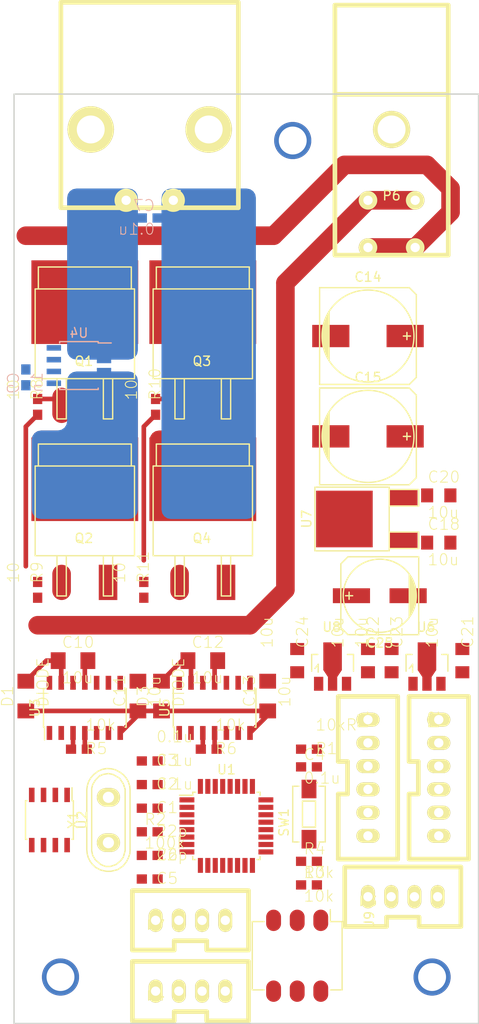
<source format=kicad_pcb>
(kicad_pcb (version 4) (host pcbnew 4.0.3-stable)

  (general
    (links 144)
    (no_connects 120)
    (area -1.7494 -10.320001 51.044579 100.170001)
    (thickness 1.6)
    (drawings 4)
    (tracks 50)
    (zones 0)
    (modules 55)
    (nets 50)
  )

  (page A4)
  (layers
    (0 F.Cu signal)
    (31 B.Cu signal)
    (32 B.Adhes user)
    (33 F.Adhes user)
    (34 B.Paste user)
    (35 F.Paste user)
    (36 B.SilkS user)
    (37 F.SilkS user)
    (38 B.Mask user)
    (39 F.Mask user)
    (40 Dwgs.User user)
    (41 Cmts.User user)
    (42 Eco1.User user)
    (43 Eco2.User user)
    (44 Edge.Cuts user)
    (45 Margin user)
    (46 B.CrtYd user)
    (47 F.CrtYd user)
    (48 B.Fab user)
    (49 F.Fab user)
  )

  (setup
    (last_trace_width 0.25)
    (user_trace_width 0.2)
    (user_trace_width 0.5)
    (user_trace_width 2)
    (trace_clearance 0.2)
    (zone_clearance 0.4)
    (zone_45_only no)
    (trace_min 0.2)
    (segment_width 0.2)
    (edge_width 0.15)
    (via_size 0.6)
    (via_drill 0.4)
    (via_min_size 0.2)
    (via_min_drill 0.2)
    (user_via 0.3 0.2)
    (user_via 1.2 0.8)
    (user_via 4 3)
    (uvia_size 0.3)
    (uvia_drill 0.1)
    (uvias_allowed no)
    (uvia_min_size 0.2)
    (uvia_min_drill 0.1)
    (pcb_text_width 0.3)
    (pcb_text_size 1.5 1.5)
    (mod_edge_width 0.15)
    (mod_text_size 1 1)
    (mod_text_width 0.15)
    (pad_size 1.5 2.5)
    (pad_drill 1)
    (pad_to_mask_clearance 0.2)
    (aux_axis_origin 0 0)
    (visible_elements 7FFDFFFF)
    (pcbplotparams
      (layerselection 0x00030_80000001)
      (usegerberextensions false)
      (excludeedgelayer true)
      (linewidth 0.100000)
      (plotframeref false)
      (viasonmask false)
      (mode 1)
      (useauxorigin false)
      (hpglpennumber 1)
      (hpglpenspeed 20)
      (hpglpendiameter 15)
      (hpglpenoverlay 2)
      (psnegative false)
      (psa4output false)
      (plotreference true)
      (plotvalue true)
      (plotinvisibletext false)
      (padsonsilk false)
      (subtractmaskfromsilk false)
      (outputformat 1)
      (mirror false)
      (drillshape 0)
      (scaleselection 1)
      (outputdirectory ""))
  )

  (net 0 "")
  (net 1 +3.3V)
  (net 2 GND)
  (net 3 "Net-(C4-Pad2)")
  (net 4 "Net-(C5-Pad1)")
  (net 5 "Net-(C6-Pad1)")
  (net 6 "Net-(P1-Pad4)")
  (net 7 "Net-(P1-Pad3)")
  (net 8 "Net-(C9-Pad1)")
  (net 9 "Net-(C10-Pad1)")
  (net 10 /OUT_A_CS)
  (net 11 GNDPWR)
  (net 12 "Net-(C12-Pad1)")
  (net 13 /OUT_B)
  (net 14 +BATT)
  (net 15 /GP_PS)
  (net 16 /GD_PS)
  (net 17 /SPI1_MOSI)
  (net 18 +12V)
  (net 19 +5V)
  (net 20 /ENC_A)
  (net 21 /OUT_A)
  (net 22 "Net-(Q1-PadG)")
  (net 23 "Net-(Q2-PadG)")
  (net 24 "Net-(Q3-PadG)")
  (net 25 "Net-(Q4-PadG)")
  (net 26 "Net-(R2-Pad2)")
  (net 27 "Net-(R5-Pad1)")
  (net 28 "Net-(R6-Pad1)")
  (net 29 "Net-(R8-Pad2)")
  (net 30 "Net-(R9-Pad2)")
  (net 31 "Net-(R10-Pad2)")
  (net 32 "Net-(R11-Pad2)")
  (net 33 /PWM_A)
  (net 34 /PWM_B)
  (net 35 /CAN_RX)
  (net 36 /CAN_TX)
  (net 37 /USART1_RX)
  (net 38 /USART1_TX)
  (net 39 /~SD)
  (net 40 /SPI1_NSS/LIMIT_A)
  (net 41 /SPI1_SCK/LIMIT_B)
  (net 42 /SPI1_MISO/POT)
  (net 43 /CAN_H)
  (net 44 /CAN_L)
  (net 45 /CURRENT_SENSE)
  (net 46 /ROTARY_1)
  (net 47 /ROTARY_2)
  (net 48 /ROTARY_4)
  (net 49 /ROTARY_8)

  (net_class Default "これは標準のネット クラスです。"
    (clearance 0.2)
    (trace_width 0.25)
    (via_dia 0.6)
    (via_drill 0.4)
    (uvia_dia 0.3)
    (uvia_drill 0.1)
    (add_net +12V)
    (add_net +3.3V)
    (add_net +5V)
    (add_net +BATT)
    (add_net /CAN_H)
    (add_net /CAN_L)
    (add_net /CAN_RX)
    (add_net /CAN_TX)
    (add_net /CURRENT_SENSE)
    (add_net /ENC_A)
    (add_net /GD_PS)
    (add_net /GP_PS)
    (add_net /OUT_A)
    (add_net /OUT_A_CS)
    (add_net /OUT_B)
    (add_net /PWM_A)
    (add_net /PWM_B)
    (add_net /ROTARY_1)
    (add_net /ROTARY_2)
    (add_net /ROTARY_4)
    (add_net /ROTARY_8)
    (add_net /SPI1_MISO/POT)
    (add_net /SPI1_MOSI)
    (add_net /SPI1_NSS/LIMIT_A)
    (add_net /SPI1_SCK/LIMIT_B)
    (add_net /USART1_RX)
    (add_net /USART1_TX)
    (add_net /~SD)
    (add_net GND)
    (add_net GNDPWR)
    (add_net "Net-(C10-Pad1)")
    (add_net "Net-(C12-Pad1)")
    (add_net "Net-(C4-Pad2)")
    (add_net "Net-(C5-Pad1)")
    (add_net "Net-(C6-Pad1)")
    (add_net "Net-(C9-Pad1)")
    (add_net "Net-(P1-Pad3)")
    (add_net "Net-(P1-Pad4)")
    (add_net "Net-(Q1-PadG)")
    (add_net "Net-(Q2-PadG)")
    (add_net "Net-(Q3-PadG)")
    (add_net "Net-(Q4-PadG)")
    (add_net "Net-(R10-Pad2)")
    (add_net "Net-(R11-Pad2)")
    (add_net "Net-(R2-Pad2)")
    (add_net "Net-(R5-Pad1)")
    (add_net "Net-(R6-Pad1)")
    (add_net "Net-(R8-Pad2)")
    (add_net "Net-(R9-Pad2)")
  )

  (module RP_KiCAD_Connector:D-3500D_4S placed (layer F.Cu) (tedit 57688535) (tstamp 57AC900F)
    (at 40.64 11.43 180)
    (path /57ACE829)
    (fp_text reference P6 (at 0 0.5 180) (layer F.SilkS)
      (effects (font (size 1 1) (thickness 0.15)))
    )
    (fp_text value CONN_01X04 (at 0 -0.5 180) (layer F.Fab)
      (effects (font (size 1 1) (thickness 0.15)))
    )
    (fp_line (start -6.1 11.4) (end 6.1 11.4) (layer F.SilkS) (width 0.5))
    (fp_line (start -6.1 -5.9) (end -6.1 21) (layer F.SilkS) (width 0.5))
    (fp_line (start -6.1 21) (end 6.1 21) (layer F.SilkS) (width 0.5))
    (fp_line (start 6.1 21) (end 6.1 -5.9) (layer F.SilkS) (width 0.5))
    (fp_line (start 6.1 -5.9) (end -6.1 -5.9) (layer F.SilkS) (width 0.5))
    (pad 1 thru_hole circle (at -2.54 0 180) (size 2 2) (drill 1) (layers *.Cu *.Mask F.SilkS)
      (net 11 GNDPWR))
    (pad 2 thru_hole circle (at -2.54 -5.08 180) (size 2 2) (drill 1) (layers *.Cu *.Mask F.SilkS)
      (net 14 +BATT))
    (pad 3 thru_hole circle (at 2.54 0 180) (size 2 2) (drill 1) (layers *.Cu *.Mask F.SilkS)
      (net 11 GNDPWR))
    (pad 4 thru_hole circle (at 2.54 -5.08 180) (size 2 2) (drill 1) (layers *.Cu *.Mask F.SilkS)
      (net 14 +BATT))
    (pad "" thru_hole circle (at 0 7.62 180) (size 4 4) (drill 3) (layers *.Cu *.Mask F.SilkS))
    (model conn_D3200/D-3500S_4.wrl
      (at (xyz 0 -0.85 0.25))
      (scale (xyz 4 4 4))
      (rotate (xyz -90 0 0))
    )
  )

  (module Housings_QFP:TQFP-32_7x7mm_Pitch0.8mm placed (layer F.Cu) (tedit 54130A77) (tstamp 57AB23A7)
    (at 22.86 78.74)
    (descr "32-Lead Plastic Thin Quad Flatpack (PT) - 7x7x1.0 mm Body, 2.00 mm [TQFP] (see Microchip Packaging Specification 00000049BS.pdf)")
    (tags "QFP 0.8")
    (path /57AB21B2)
    (attr smd)
    (fp_text reference U1 (at 0 -6.05) (layer F.SilkS)
      (effects (font (size 1 1) (thickness 0.15)))
    )
    (fp_text value STM32F303K8 (at 0 6.05) (layer F.Fab)
      (effects (font (size 1 1) (thickness 0.15)))
    )
    (fp_line (start -5.3 -5.3) (end -5.3 5.3) (layer F.CrtYd) (width 0.05))
    (fp_line (start 5.3 -5.3) (end 5.3 5.3) (layer F.CrtYd) (width 0.05))
    (fp_line (start -5.3 -5.3) (end 5.3 -5.3) (layer F.CrtYd) (width 0.05))
    (fp_line (start -5.3 5.3) (end 5.3 5.3) (layer F.CrtYd) (width 0.05))
    (fp_line (start -3.625 -3.625) (end -3.625 -3.3) (layer F.SilkS) (width 0.15))
    (fp_line (start 3.625 -3.625) (end 3.625 -3.3) (layer F.SilkS) (width 0.15))
    (fp_line (start 3.625 3.625) (end 3.625 3.3) (layer F.SilkS) (width 0.15))
    (fp_line (start -3.625 3.625) (end -3.625 3.3) (layer F.SilkS) (width 0.15))
    (fp_line (start -3.625 -3.625) (end -3.3 -3.625) (layer F.SilkS) (width 0.15))
    (fp_line (start -3.625 3.625) (end -3.3 3.625) (layer F.SilkS) (width 0.15))
    (fp_line (start 3.625 3.625) (end 3.3 3.625) (layer F.SilkS) (width 0.15))
    (fp_line (start 3.625 -3.625) (end 3.3 -3.625) (layer F.SilkS) (width 0.15))
    (fp_line (start -3.625 -3.3) (end -5.05 -3.3) (layer F.SilkS) (width 0.15))
    (pad 1 smd rect (at -4.25 -2.8) (size 1.6 0.55) (layers F.Cu F.Paste F.Mask)
      (net 1 +3.3V))
    (pad 2 smd rect (at -4.25 -2) (size 1.6 0.55) (layers F.Cu F.Paste F.Mask)
      (net 5 "Net-(C6-Pad1)"))
    (pad 3 smd rect (at -4.25 -1.2) (size 1.6 0.55) (layers F.Cu F.Paste F.Mask)
      (net 4 "Net-(C5-Pad1)"))
    (pad 4 smd rect (at -4.25 -0.4) (size 1.6 0.55) (layers F.Cu F.Paste F.Mask)
      (net 3 "Net-(C4-Pad2)"))
    (pad 5 smd rect (at -4.25 0.4) (size 1.6 0.55) (layers F.Cu F.Paste F.Mask)
      (net 1 +3.3V))
    (pad 6 smd rect (at -4.25 1.2) (size 1.6 0.55) (layers F.Cu F.Paste F.Mask)
      (net 45 /CURRENT_SENSE))
    (pad 7 smd rect (at -4.25 2) (size 1.6 0.55) (layers F.Cu F.Paste F.Mask))
    (pad 8 smd rect (at -4.25 2.8) (size 1.6 0.55) (layers F.Cu F.Paste F.Mask))
    (pad 9 smd rect (at -2.8 4.25 90) (size 1.6 0.55) (layers F.Cu F.Paste F.Mask))
    (pad 10 smd rect (at -2 4.25 90) (size 1.6 0.55) (layers F.Cu F.Paste F.Mask)
      (net 40 /SPI1_NSS/LIMIT_A))
    (pad 11 smd rect (at -1.2 4.25 90) (size 1.6 0.55) (layers F.Cu F.Paste F.Mask)
      (net 41 /SPI1_SCK/LIMIT_B))
    (pad 12 smd rect (at -0.4 4.25 90) (size 1.6 0.55) (layers F.Cu F.Paste F.Mask)
      (net 42 /SPI1_MISO/POT))
    (pad 13 smd rect (at 0.4 4.25 90) (size 1.6 0.55) (layers F.Cu F.Paste F.Mask)
      (net 17 /SPI1_MOSI))
    (pad 14 smd rect (at 1.2 4.25 90) (size 1.6 0.55) (layers F.Cu F.Paste F.Mask))
    (pad 15 smd rect (at 2 4.25 90) (size 1.6 0.55) (layers F.Cu F.Paste F.Mask)
      (net 46 /ROTARY_1))
    (pad 16 smd rect (at 2.8 4.25 90) (size 1.6 0.55) (layers F.Cu F.Paste F.Mask)
      (net 2 GND))
    (pad 17 smd rect (at 4.25 2.8) (size 1.6 0.55) (layers F.Cu F.Paste F.Mask)
      (net 1 +3.3V))
    (pad 18 smd rect (at 4.25 2) (size 1.6 0.55) (layers F.Cu F.Paste F.Mask)
      (net 47 /ROTARY_2))
    (pad 19 smd rect (at 4.25 1.2) (size 1.6 0.55) (layers F.Cu F.Paste F.Mask)
      (net 48 /ROTARY_4))
    (pad 20 smd rect (at 4.25 0.4) (size 1.6 0.55) (layers F.Cu F.Paste F.Mask)
      (net 49 /ROTARY_8))
    (pad 21 smd rect (at 4.25 -0.4) (size 1.6 0.55) (layers F.Cu F.Paste F.Mask)
      (net 35 /CAN_RX))
    (pad 22 smd rect (at 4.25 -1.2) (size 1.6 0.55) (layers F.Cu F.Paste F.Mask)
      (net 36 /CAN_TX))
    (pad 23 smd rect (at 4.25 -2) (size 1.6 0.55) (layers F.Cu F.Paste F.Mask)
      (net 6 "Net-(P1-Pad4)"))
    (pad 24 smd rect (at 4.25 -2.8) (size 1.6 0.55) (layers F.Cu F.Paste F.Mask)
      (net 7 "Net-(P1-Pad3)"))
    (pad 25 smd rect (at 2.8 -4.25 90) (size 1.6 0.55) (layers F.Cu F.Paste F.Mask)
      (net 33 /PWM_A))
    (pad 26 smd rect (at 2 -4.25 90) (size 1.6 0.55) (layers F.Cu F.Paste F.Mask)
      (net 34 /PWM_B))
    (pad 27 smd rect (at 1.2 -4.25 90) (size 1.6 0.55) (layers F.Cu F.Paste F.Mask)
      (net 20 /ENC_A))
    (pad 28 smd rect (at 0.4 -4.25 90) (size 1.6 0.55) (layers F.Cu F.Paste F.Mask))
    (pad 29 smd rect (at -0.4 -4.25 90) (size 1.6 0.55) (layers F.Cu F.Paste F.Mask)
      (net 38 /USART1_TX))
    (pad 30 smd rect (at -1.2 -4.25 90) (size 1.6 0.55) (layers F.Cu F.Paste F.Mask)
      (net 37 /USART1_RX))
    (pad 31 smd rect (at -2 -4.25 90) (size 1.6 0.55) (layers F.Cu F.Paste F.Mask)
      (net 2 GND))
    (pad 32 smd rect (at -2.8 -4.25 90) (size 1.6 0.55) (layers F.Cu F.Paste F.Mask)
      (net 2 GND))
    (model Housings_QFP.3dshapes/TQFP-32_7x7mm_Pitch0.8mm.wrl
      (at (xyz 0 0 0))
      (scale (xyz 1 1 1))
      (rotate (xyz 0 0 0))
    )
  )

  (module RP_KiCAD_Libs:C1608 placed (layer F.Cu) (tedit 0) (tstamp 57AB2351)
    (at 14.605 76.835 180)
    (descr <b>CAPACITOR</b>)
    (path /57AB3015)
    (fp_text reference C1 (at -0.635 -0.635 180) (layer F.SilkS)
      (effects (font (size 1.2065 1.2065) (thickness 0.1016)) (justify left bottom))
    )
    (fp_text value 0.1u (at -0.635 1.905 180) (layer F.SilkS)
      (effects (font (size 1.2065 1.2065) (thickness 0.1016)) (justify left bottom))
    )
    (fp_line (start -0.356 -0.432) (end 0.356 -0.432) (layer Dwgs.User) (width 0.1016))
    (fp_line (start -0.356 0.419) (end 0.356 0.419) (layer Dwgs.User) (width 0.1016))
    (fp_poly (pts (xy -0.8382 0.4699) (xy -0.3381 0.4699) (xy -0.3381 -0.4801) (xy -0.8382 -0.4801)) (layer Dwgs.User) (width 0))
    (fp_poly (pts (xy 0.3302 0.4699) (xy 0.8303 0.4699) (xy 0.8303 -0.4801) (xy 0.3302 -0.4801)) (layer Dwgs.User) (width 0))
    (fp_poly (pts (xy -0.1999 0.3) (xy 0.1999 0.3) (xy 0.1999 -0.3) (xy -0.1999 -0.3)) (layer F.Adhes) (width 0))
    (pad 1 smd rect (at -0.85 0 180) (size 1.1 1) (layers F.Cu F.Paste F.Mask)
      (net 1 +3.3V))
    (pad 2 smd rect (at 0.85 0 180) (size 1.1 1) (layers F.Cu F.Paste F.Mask)
      (net 2 GND))
    (model Resistors_SMD.3dshapes/R_0603.wrl
      (at (xyz 0 0 0))
      (scale (xyz 1 1 1))
      (rotate (xyz 0 0 0))
    )
  )

  (module RP_KiCAD_Libs:C1608 placed (layer F.Cu) (tedit 0) (tstamp 57AB2357)
    (at 14.605 74.295 180)
    (descr <b>CAPACITOR</b>)
    (path /57AB2E59)
    (fp_text reference C2 (at -0.635 -0.635 180) (layer F.SilkS)
      (effects (font (size 1.2065 1.2065) (thickness 0.1016)) (justify left bottom))
    )
    (fp_text value 0.1u (at -0.635 1.905 180) (layer F.SilkS)
      (effects (font (size 1.2065 1.2065) (thickness 0.1016)) (justify left bottom))
    )
    (fp_line (start -0.356 -0.432) (end 0.356 -0.432) (layer Dwgs.User) (width 0.1016))
    (fp_line (start -0.356 0.419) (end 0.356 0.419) (layer Dwgs.User) (width 0.1016))
    (fp_poly (pts (xy -0.8382 0.4699) (xy -0.3381 0.4699) (xy -0.3381 -0.4801) (xy -0.8382 -0.4801)) (layer Dwgs.User) (width 0))
    (fp_poly (pts (xy 0.3302 0.4699) (xy 0.8303 0.4699) (xy 0.8303 -0.4801) (xy 0.3302 -0.4801)) (layer Dwgs.User) (width 0))
    (fp_poly (pts (xy -0.1999 0.3) (xy 0.1999 0.3) (xy 0.1999 -0.3) (xy -0.1999 -0.3)) (layer F.Adhes) (width 0))
    (pad 1 smd rect (at -0.85 0 180) (size 1.1 1) (layers F.Cu F.Paste F.Mask)
      (net 1 +3.3V))
    (pad 2 smd rect (at 0.85 0 180) (size 1.1 1) (layers F.Cu F.Paste F.Mask)
      (net 2 GND))
    (model Resistors_SMD.3dshapes/R_0603.wrl
      (at (xyz 0 0 0))
      (scale (xyz 1 1 1))
      (rotate (xyz 0 0 0))
    )
  )

  (module RP_KiCAD_Libs:C1608 placed (layer F.Cu) (tedit 0) (tstamp 57AB235D)
    (at 14.605 71.755 180)
    (descr <b>CAPACITOR</b>)
    (path /57AB2FA9)
    (fp_text reference C3 (at -0.635 -0.635 180) (layer F.SilkS)
      (effects (font (size 1.2065 1.2065) (thickness 0.1016)) (justify left bottom))
    )
    (fp_text value 0.1u (at -0.635 1.905 180) (layer F.SilkS)
      (effects (font (size 1.2065 1.2065) (thickness 0.1016)) (justify left bottom))
    )
    (fp_line (start -0.356 -0.432) (end 0.356 -0.432) (layer Dwgs.User) (width 0.1016))
    (fp_line (start -0.356 0.419) (end 0.356 0.419) (layer Dwgs.User) (width 0.1016))
    (fp_poly (pts (xy -0.8382 0.4699) (xy -0.3381 0.4699) (xy -0.3381 -0.4801) (xy -0.8382 -0.4801)) (layer Dwgs.User) (width 0))
    (fp_poly (pts (xy 0.3302 0.4699) (xy 0.8303 0.4699) (xy 0.8303 -0.4801) (xy 0.3302 -0.4801)) (layer Dwgs.User) (width 0))
    (fp_poly (pts (xy -0.1999 0.3) (xy 0.1999 0.3) (xy 0.1999 -0.3) (xy -0.1999 -0.3)) (layer F.Adhes) (width 0))
    (pad 1 smd rect (at -0.85 0 180) (size 1.1 1) (layers F.Cu F.Paste F.Mask)
      (net 1 +3.3V))
    (pad 2 smd rect (at 0.85 0 180) (size 1.1 1) (layers F.Cu F.Paste F.Mask)
      (net 2 GND))
    (model Resistors_SMD.3dshapes/R_0603.wrl
      (at (xyz 0 0 0))
      (scale (xyz 1 1 1))
      (rotate (xyz 0 0 0))
    )
  )

  (module RP_KiCAD_Libs:C1608 placed (layer F.Cu) (tedit 0) (tstamp 57AB2363)
    (at 31.75 72.39)
    (descr <b>CAPACITOR</b>)
    (path /57AB273C)
    (fp_text reference C4 (at -0.635 -0.635) (layer F.SilkS)
      (effects (font (size 1.2065 1.2065) (thickness 0.1016)) (justify left bottom))
    )
    (fp_text value 0.1u (at -0.635 1.905) (layer F.SilkS)
      (effects (font (size 1.2065 1.2065) (thickness 0.1016)) (justify left bottom))
    )
    (fp_line (start -0.356 -0.432) (end 0.356 -0.432) (layer Dwgs.User) (width 0.1016))
    (fp_line (start -0.356 0.419) (end 0.356 0.419) (layer Dwgs.User) (width 0.1016))
    (fp_poly (pts (xy -0.8382 0.4699) (xy -0.3381 0.4699) (xy -0.3381 -0.4801) (xy -0.8382 -0.4801)) (layer Dwgs.User) (width 0))
    (fp_poly (pts (xy 0.3302 0.4699) (xy 0.8303 0.4699) (xy 0.8303 -0.4801) (xy 0.3302 -0.4801)) (layer Dwgs.User) (width 0))
    (fp_poly (pts (xy -0.1999 0.3) (xy 0.1999 0.3) (xy 0.1999 -0.3) (xy -0.1999 -0.3)) (layer F.Adhes) (width 0))
    (pad 1 smd rect (at -0.85 0) (size 1.1 1) (layers F.Cu F.Paste F.Mask)
      (net 2 GND))
    (pad 2 smd rect (at 0.85 0) (size 1.1 1) (layers F.Cu F.Paste F.Mask)
      (net 3 "Net-(C4-Pad2)"))
    (model Resistors_SMD.3dshapes/R_0603.wrl
      (at (xyz 0 0 0))
      (scale (xyz 1 1 1))
      (rotate (xyz 0 0 0))
    )
  )

  (module RP_KiCAD_Libs:C1608 placed (layer F.Cu) (tedit 0) (tstamp 57AB2369)
    (at 14.605 84.455 180)
    (descr <b>CAPACITOR</b>)
    (path /57AB228E)
    (fp_text reference C5 (at -0.635 -0.635 180) (layer F.SilkS)
      (effects (font (size 1.2065 1.2065) (thickness 0.1016)) (justify left bottom))
    )
    (fp_text value 22p (at -0.635 1.905 180) (layer F.SilkS)
      (effects (font (size 1.2065 1.2065) (thickness 0.1016)) (justify left bottom))
    )
    (fp_line (start -0.356 -0.432) (end 0.356 -0.432) (layer Dwgs.User) (width 0.1016))
    (fp_line (start -0.356 0.419) (end 0.356 0.419) (layer Dwgs.User) (width 0.1016))
    (fp_poly (pts (xy -0.8382 0.4699) (xy -0.3381 0.4699) (xy -0.3381 -0.4801) (xy -0.8382 -0.4801)) (layer Dwgs.User) (width 0))
    (fp_poly (pts (xy 0.3302 0.4699) (xy 0.8303 0.4699) (xy 0.8303 -0.4801) (xy 0.3302 -0.4801)) (layer Dwgs.User) (width 0))
    (fp_poly (pts (xy -0.1999 0.3) (xy 0.1999 0.3) (xy 0.1999 -0.3) (xy -0.1999 -0.3)) (layer F.Adhes) (width 0))
    (pad 1 smd rect (at -0.85 0 180) (size 1.1 1) (layers F.Cu F.Paste F.Mask)
      (net 4 "Net-(C5-Pad1)"))
    (pad 2 smd rect (at 0.85 0 180) (size 1.1 1) (layers F.Cu F.Paste F.Mask)
      (net 2 GND))
    (model Resistors_SMD.3dshapes/R_0603.wrl
      (at (xyz 0 0 0))
      (scale (xyz 1 1 1))
      (rotate (xyz 0 0 0))
    )
  )

  (module RP_KiCAD_Libs:C1608 placed (layer F.Cu) (tedit 0) (tstamp 57AB236F)
    (at 14.605 81.915 180)
    (descr <b>CAPACITOR</b>)
    (path /57AB22D5)
    (fp_text reference C6 (at -0.635 -0.635 180) (layer F.SilkS)
      (effects (font (size 1.2065 1.2065) (thickness 0.1016)) (justify left bottom))
    )
    (fp_text value 22p (at -0.635 1.905 180) (layer F.SilkS)
      (effects (font (size 1.2065 1.2065) (thickness 0.1016)) (justify left bottom))
    )
    (fp_line (start -0.356 -0.432) (end 0.356 -0.432) (layer Dwgs.User) (width 0.1016))
    (fp_line (start -0.356 0.419) (end 0.356 0.419) (layer Dwgs.User) (width 0.1016))
    (fp_poly (pts (xy -0.8382 0.4699) (xy -0.3381 0.4699) (xy -0.3381 -0.4801) (xy -0.8382 -0.4801)) (layer Dwgs.User) (width 0))
    (fp_poly (pts (xy 0.3302 0.4699) (xy 0.8303 0.4699) (xy 0.8303 -0.4801) (xy 0.3302 -0.4801)) (layer Dwgs.User) (width 0))
    (fp_poly (pts (xy -0.1999 0.3) (xy 0.1999 0.3) (xy 0.1999 -0.3) (xy -0.1999 -0.3)) (layer F.Adhes) (width 0))
    (pad 1 smd rect (at -0.85 0 180) (size 1.1 1) (layers F.Cu F.Paste F.Mask)
      (net 5 "Net-(C6-Pad1)"))
    (pad 2 smd rect (at 0.85 0 180) (size 1.1 1) (layers F.Cu F.Paste F.Mask)
      (net 2 GND))
    (model Resistors_SMD.3dshapes/R_0603.wrl
      (at (xyz 0 0 0))
      (scale (xyz 1 1 1))
      (rotate (xyz 0 0 0))
    )
  )

  (module RP_KiCAD_Libs:C1608 placed (layer F.Cu) (tedit 0) (tstamp 57AB237D)
    (at 31.75 70.485 180)
    (descr <b>CAPACITOR</b>)
    (path /57AB2562)
    (fp_text reference R1 (at -0.635 -0.635 180) (layer F.SilkS)
      (effects (font (size 1.2065 1.2065) (thickness 0.1016)) (justify left bottom))
    )
    (fp_text value 10kR (at -0.635 1.905 180) (layer F.SilkS)
      (effects (font (size 1.2065 1.2065) (thickness 0.1016)) (justify left bottom))
    )
    (fp_line (start -0.356 -0.432) (end 0.356 -0.432) (layer Dwgs.User) (width 0.1016))
    (fp_line (start -0.356 0.419) (end 0.356 0.419) (layer Dwgs.User) (width 0.1016))
    (fp_poly (pts (xy -0.8382 0.4699) (xy -0.3381 0.4699) (xy -0.3381 -0.4801) (xy -0.8382 -0.4801)) (layer Dwgs.User) (width 0))
    (fp_poly (pts (xy 0.3302 0.4699) (xy 0.8303 0.4699) (xy 0.8303 -0.4801) (xy 0.3302 -0.4801)) (layer Dwgs.User) (width 0))
    (fp_poly (pts (xy -0.1999 0.3) (xy 0.1999 0.3) (xy 0.1999 -0.3) (xy -0.1999 -0.3)) (layer F.Adhes) (width 0))
    (pad 1 smd rect (at -0.85 0 180) (size 1.1 1) (layers F.Cu F.Paste F.Mask)
      (net 3 "Net-(C4-Pad2)"))
    (pad 2 smd rect (at 0.85 0 180) (size 1.1 1) (layers F.Cu F.Paste F.Mask)
      (net 1 +3.3V))
    (model Resistors_SMD.3dshapes/R_0603.wrl
      (at (xyz 0 0 0))
      (scale (xyz 1 1 1))
      (rotate (xyz 0 0 0))
    )
  )

  (module Buttons_Switches_SMD:SW_SPST_EVQPE1 placed (layer F.Cu) (tedit 55DB43C0) (tstamp 57AB2383)
    (at 31.75 77.47 90)
    (descr "Light Touch Switch")
    (path /57AB2681)
    (attr smd)
    (fp_text reference SW1 (at -0.9 -2.7 90) (layer F.SilkS)
      (effects (font (size 1 1) (thickness 0.15)))
    )
    (fp_text value SW_PUSH (at 0 0 90) (layer F.Fab)
      (effects (font (size 1 1) (thickness 0.15)))
    )
    (fp_line (start -1.4 -0.7) (end 1.4 -0.7) (layer F.SilkS) (width 0.15))
    (fp_line (start 1.4 -0.7) (end 1.4 0.7) (layer F.SilkS) (width 0.15))
    (fp_line (start 1.4 0.7) (end -1.4 0.7) (layer F.SilkS) (width 0.15))
    (fp_line (start -1.4 0.7) (end -1.4 -0.7) (layer F.SilkS) (width 0.15))
    (fp_line (start -3.95 -2) (end 3.95 -2) (layer F.CrtYd) (width 0.05))
    (fp_line (start 3.95 -2) (end 3.95 2) (layer F.CrtYd) (width 0.05))
    (fp_line (start 3.95 2) (end -3.95 2) (layer F.CrtYd) (width 0.05))
    (fp_line (start -3.95 2) (end -3.95 -2) (layer F.CrtYd) (width 0.05))
    (fp_line (start 3 -1.75) (end 3 -1.1) (layer F.SilkS) (width 0.15))
    (fp_line (start 3 1.75) (end 3 1.1) (layer F.SilkS) (width 0.15))
    (fp_line (start -3 1.1) (end -3 1.75) (layer F.SilkS) (width 0.15))
    (fp_line (start -3 -1.75) (end -3 -1.1) (layer F.SilkS) (width 0.15))
    (fp_line (start 3 -1.75) (end -3 -1.75) (layer F.SilkS) (width 0.15))
    (fp_line (start -3 1.75) (end 3 1.75) (layer F.SilkS) (width 0.15))
    (pad 2 smd rect (at 2.7 0 90) (size 2 1.6) (layers F.Cu F.Paste F.Mask)
      (net 3 "Net-(C4-Pad2)"))
    (pad 1 smd rect (at -2.7 0 90) (size 2 1.6) (layers F.Cu F.Paste F.Mask)
      (net 2 GND))
  )

  (module Crystals:Crystal_HC50-U_Vertical placed (layer F.Cu) (tedit 0) (tstamp 57AB23AD)
    (at 10.16 78.105 90)
    (descr "Crystal, Quarz, HC50/U, vertical, stehend,")
    (tags "Crystal, Quarz, HC50/U, vertical, stehend,")
    (path /57AB2209)
    (fp_text reference X1 (at 0 -3.81 90) (layer F.SilkS)
      (effects (font (size 1 1) (thickness 0.15)))
    )
    (fp_text value CRYSTAL (at 0 3.81 90) (layer F.Fab)
      (effects (font (size 1 1) (thickness 0.15)))
    )
    (fp_line (start 4.699 -1.00076) (end 4.89966 -0.59944) (layer F.SilkS) (width 0.15))
    (fp_line (start 4.89966 -0.59944) (end 5.00126 0) (layer F.SilkS) (width 0.15))
    (fp_line (start 5.00126 0) (end 4.89966 0.50038) (layer F.SilkS) (width 0.15))
    (fp_line (start 4.89966 0.50038) (end 4.50088 1.19888) (layer F.SilkS) (width 0.15))
    (fp_line (start 4.50088 1.19888) (end 3.8989 1.6002) (layer F.SilkS) (width 0.15))
    (fp_line (start 3.8989 1.6002) (end 3.29946 1.80086) (layer F.SilkS) (width 0.15))
    (fp_line (start 3.29946 1.80086) (end -3.29946 1.80086) (layer F.SilkS) (width 0.15))
    (fp_line (start -3.29946 1.80086) (end -4.0005 1.6002) (layer F.SilkS) (width 0.15))
    (fp_line (start -4.0005 1.6002) (end -4.39928 1.30048) (layer F.SilkS) (width 0.15))
    (fp_line (start -4.39928 1.30048) (end -4.8006 0.8001) (layer F.SilkS) (width 0.15))
    (fp_line (start -4.8006 0.8001) (end -5.00126 0.20066) (layer F.SilkS) (width 0.15))
    (fp_line (start -5.00126 0.20066) (end -5.00126 -0.29972) (layer F.SilkS) (width 0.15))
    (fp_line (start -5.00126 -0.29972) (end -4.8006 -0.8001) (layer F.SilkS) (width 0.15))
    (fp_line (start -4.8006 -0.8001) (end -4.30022 -1.39954) (layer F.SilkS) (width 0.15))
    (fp_line (start -4.30022 -1.39954) (end -3.79984 -1.69926) (layer F.SilkS) (width 0.15))
    (fp_line (start -3.79984 -1.69926) (end -3.29946 -1.80086) (layer F.SilkS) (width 0.15))
    (fp_line (start -3.2004 -1.80086) (end 3.40106 -1.80086) (layer F.SilkS) (width 0.15))
    (fp_line (start 3.40106 -1.80086) (end 3.79984 -1.69926) (layer F.SilkS) (width 0.15))
    (fp_line (start 3.79984 -1.69926) (end 4.30022 -1.39954) (layer F.SilkS) (width 0.15))
    (fp_line (start 4.30022 -1.39954) (end 4.8006 -0.89916) (layer F.SilkS) (width 0.15))
    (fp_line (start -3.19024 -2.32918) (end -3.64998 -2.28092) (layer F.SilkS) (width 0.15))
    (fp_line (start -3.64998 -2.28092) (end -4.04876 -2.16916) (layer F.SilkS) (width 0.15))
    (fp_line (start -4.04876 -2.16916) (end -4.48056 -1.95072) (layer F.SilkS) (width 0.15))
    (fp_line (start -4.48056 -1.95072) (end -4.77012 -1.71958) (layer F.SilkS) (width 0.15))
    (fp_line (start -4.77012 -1.71958) (end -5.10032 -1.36906) (layer F.SilkS) (width 0.15))
    (fp_line (start -5.10032 -1.36906) (end -5.38988 -0.83058) (layer F.SilkS) (width 0.15))
    (fp_line (start -5.38988 -0.83058) (end -5.51942 -0.23114) (layer F.SilkS) (width 0.15))
    (fp_line (start -5.51942 -0.23114) (end -5.51942 0.2794) (layer F.SilkS) (width 0.15))
    (fp_line (start -5.51942 0.2794) (end -5.34924 0.98044) (layer F.SilkS) (width 0.15))
    (fp_line (start -5.34924 0.98044) (end -4.95046 1.56972) (layer F.SilkS) (width 0.15))
    (fp_line (start -4.95046 1.56972) (end -4.49072 1.94056) (layer F.SilkS) (width 0.15))
    (fp_line (start -4.49072 1.94056) (end -4.06908 2.14884) (layer F.SilkS) (width 0.15))
    (fp_line (start -4.06908 2.14884) (end -3.6195 2.30886) (layer F.SilkS) (width 0.15))
    (fp_line (start -3.6195 2.30886) (end -3.18008 2.33934) (layer F.SilkS) (width 0.15))
    (fp_line (start 4.16052 2.1209) (end 4.53898 1.89992) (layer F.SilkS) (width 0.15))
    (fp_line (start 4.53898 1.89992) (end 4.85902 1.62052) (layer F.SilkS) (width 0.15))
    (fp_line (start 4.85902 1.62052) (end 5.11048 1.29032) (layer F.SilkS) (width 0.15))
    (fp_line (start 5.11048 1.29032) (end 5.4102 0.73914) (layer F.SilkS) (width 0.15))
    (fp_line (start 5.4102 0.73914) (end 5.51942 0.26924) (layer F.SilkS) (width 0.15))
    (fp_line (start 5.51942 0.26924) (end 5.53974 -0.1905) (layer F.SilkS) (width 0.15))
    (fp_line (start 5.53974 -0.1905) (end 5.45084 -0.65024) (layer F.SilkS) (width 0.15))
    (fp_line (start 5.45084 -0.65024) (end 5.26034 -1.09982) (layer F.SilkS) (width 0.15))
    (fp_line (start 5.26034 -1.09982) (end 4.89966 -1.56972) (layer F.SilkS) (width 0.15))
    (fp_line (start 4.89966 -1.56972) (end 4.54914 -1.88976) (layer F.SilkS) (width 0.15))
    (fp_line (start 4.54914 -1.88976) (end 4.16052 -2.1209) (layer F.SilkS) (width 0.15))
    (fp_line (start 4.16052 -2.1209) (end 3.73126 -2.2606) (layer F.SilkS) (width 0.15))
    (fp_line (start 3.73126 -2.2606) (end 3.2893 -2.32918) (layer F.SilkS) (width 0.15))
    (fp_line (start -3.2004 2.32918) (end 3.2512 2.32918) (layer F.SilkS) (width 0.15))
    (fp_line (start 3.2512 2.32918) (end 3.6703 2.29108) (layer F.SilkS) (width 0.15))
    (fp_line (start 3.6703 2.29108) (end 4.16052 2.1209) (layer F.SilkS) (width 0.15))
    (fp_line (start -3.2004 -2.32918) (end 3.2512 -2.32918) (layer F.SilkS) (width 0.15))
    (pad 1 thru_hole oval (at -2.44094 0 90) (size 1.99898 2.49936) (drill 1.19888) (layers *.Cu *.Mask F.SilkS)
      (net 4 "Net-(C5-Pad1)"))
    (pad 2 thru_hole oval (at 2.44094 0 90) (size 1.99898 2.49936) (drill 1.19888) (layers *.Cu *.Mask F.SilkS)
      (net 5 "Net-(C6-Pad1)"))
  )

  (module RP_KiCAD_Libs:C1608 placed (layer B.Cu) (tedit 0) (tstamp 57AC8EFC)
    (at 1.27 30.48 270)
    (descr <b>CAPACITOR</b>)
    (path /57ACC051)
    (fp_text reference C9 (at -0.635 0.635 270) (layer B.SilkS)
      (effects (font (size 1.2065 1.2065) (thickness 0.1016)) (justify left bottom mirror))
    )
    (fp_text value 1n (at -0.635 -1.905 270) (layer B.SilkS)
      (effects (font (size 1.2065 1.2065) (thickness 0.1016)) (justify left bottom mirror))
    )
    (fp_line (start -0.356 0.432) (end 0.356 0.432) (layer Dwgs.User) (width 0.1016))
    (fp_line (start -0.356 -0.419) (end 0.356 -0.419) (layer Dwgs.User) (width 0.1016))
    (fp_poly (pts (xy -0.8382 -0.4699) (xy -0.3381 -0.4699) (xy -0.3381 0.4801) (xy -0.8382 0.4801)) (layer Dwgs.User) (width 0))
    (fp_poly (pts (xy 0.3302 -0.4699) (xy 0.8303 -0.4699) (xy 0.8303 0.4801) (xy 0.3302 0.4801)) (layer Dwgs.User) (width 0))
    (fp_poly (pts (xy -0.1999 -0.3) (xy 0.1999 -0.3) (xy 0.1999 0.3) (xy -0.1999 0.3)) (layer B.Adhes) (width 0))
    (pad 1 smd rect (at -0.85 0 270) (size 1.1 1) (layers B.Cu B.Paste B.Mask)
      (net 8 "Net-(C9-Pad1)"))
    (pad 2 smd rect (at 0.85 0 270) (size 1.1 1) (layers B.Cu B.Paste B.Mask)
      (net 2 GND))
    (model Resistors_SMD.3dshapes/R_0603.wrl
      (at (xyz 0 0 0))
      (scale (xyz 1 1 1))
      (rotate (xyz 0 0 0))
    )
  )

  (module RP_KiCAD_Libs:C3216 placed (layer F.Cu) (tedit 0) (tstamp 57AC8F07)
    (at 6.35 60.96)
    (descr <b>CAPACITOR</b>)
    (path /57AC859C)
    (fp_text reference C10 (at -1.27 -1.27) (layer F.SilkS)
      (effects (font (size 1.2065 1.2065) (thickness 0.1016)) (justify left bottom))
    )
    (fp_text value 10u (at -1.27 2.54) (layer F.SilkS)
      (effects (font (size 1.2065 1.2065) (thickness 0.1016)) (justify left bottom))
    )
    (fp_line (start -0.965 -0.787) (end 0.965 -0.787) (layer Dwgs.User) (width 0.1016))
    (fp_line (start -0.965 0.787) (end 0.965 0.787) (layer Dwgs.User) (width 0.1016))
    (fp_poly (pts (xy -1.7018 0.8509) (xy -0.9517 0.8509) (xy -0.9517 -0.8491) (xy -1.7018 -0.8491)) (layer Dwgs.User) (width 0))
    (fp_poly (pts (xy 0.9517 0.8491) (xy 1.7018 0.8491) (xy 1.7018 -0.8509) (xy 0.9517 -0.8509)) (layer Dwgs.User) (width 0))
    (fp_poly (pts (xy -0.3 0.5001) (xy 0.3 0.5001) (xy 0.3 -0.5001) (xy -0.3 -0.5001)) (layer F.Adhes) (width 0))
    (pad 1 smd rect (at -1.6 0) (size 1.6 1.8) (layers F.Cu F.Paste F.Mask)
      (net 9 "Net-(C10-Pad1)"))
    (pad 2 smd rect (at 1.6 0) (size 1.6 1.8) (layers F.Cu F.Paste F.Mask)
      (net 10 /OUT_A_CS))
    (model Resistors_SMD.3dshapes/R_1206.wrl
      (at (xyz 0 0 0))
      (scale (xyz 1 1 1))
      (rotate (xyz 0 0 0))
    )
  )

  (module RP_KiCAD_Libs:C3216 placed (layer F.Cu) (tedit 0) (tstamp 57AC8F12)
    (at 13.335 64.77 90)
    (descr <b>CAPACITOR</b>)
    (path /57AC8738)
    (fp_text reference C11 (at -1.27 -1.27 90) (layer F.SilkS)
      (effects (font (size 1.2065 1.2065) (thickness 0.1016)) (justify left bottom))
    )
    (fp_text value 10u (at -1.27 2.54 90) (layer F.SilkS)
      (effects (font (size 1.2065 1.2065) (thickness 0.1016)) (justify left bottom))
    )
    (fp_line (start -0.965 -0.787) (end 0.965 -0.787) (layer Dwgs.User) (width 0.1016))
    (fp_line (start -0.965 0.787) (end 0.965 0.787) (layer Dwgs.User) (width 0.1016))
    (fp_poly (pts (xy -1.7018 0.8509) (xy -0.9517 0.8509) (xy -0.9517 -0.8491) (xy -1.7018 -0.8491)) (layer Dwgs.User) (width 0))
    (fp_poly (pts (xy 0.9517 0.8491) (xy 1.7018 0.8491) (xy 1.7018 -0.8509) (xy 0.9517 -0.8509)) (layer Dwgs.User) (width 0))
    (fp_poly (pts (xy -0.3 0.5001) (xy 0.3 0.5001) (xy 0.3 -0.5001) (xy -0.3 -0.5001)) (layer F.Adhes) (width 0))
    (pad 1 smd rect (at -1.6 0 90) (size 1.6 1.8) (layers F.Cu F.Paste F.Mask)
      (net 16 /GD_PS))
    (pad 2 smd rect (at 1.6 0 90) (size 1.6 1.8) (layers F.Cu F.Paste F.Mask)
      (net 11 GNDPWR))
    (model Resistors_SMD.3dshapes/R_1206.wrl
      (at (xyz 0 0 0))
      (scale (xyz 1 1 1))
      (rotate (xyz 0 0 0))
    )
  )

  (module RP_KiCAD_Libs:C3216 placed (layer F.Cu) (tedit 0) (tstamp 57AC8F1D)
    (at 20.32 60.96)
    (descr <b>CAPACITOR</b>)
    (path /57ACCB9D)
    (fp_text reference C12 (at -1.27 -1.27) (layer F.SilkS)
      (effects (font (size 1.2065 1.2065) (thickness 0.1016)) (justify left bottom))
    )
    (fp_text value 10u (at -1.27 2.54) (layer F.SilkS)
      (effects (font (size 1.2065 1.2065) (thickness 0.1016)) (justify left bottom))
    )
    (fp_line (start -0.965 -0.787) (end 0.965 -0.787) (layer Dwgs.User) (width 0.1016))
    (fp_line (start -0.965 0.787) (end 0.965 0.787) (layer Dwgs.User) (width 0.1016))
    (fp_poly (pts (xy -1.7018 0.8509) (xy -0.9517 0.8509) (xy -0.9517 -0.8491) (xy -1.7018 -0.8491)) (layer Dwgs.User) (width 0))
    (fp_poly (pts (xy 0.9517 0.8491) (xy 1.7018 0.8491) (xy 1.7018 -0.8509) (xy 0.9517 -0.8509)) (layer Dwgs.User) (width 0))
    (fp_poly (pts (xy -0.3 0.5001) (xy 0.3 0.5001) (xy 0.3 -0.5001) (xy -0.3 -0.5001)) (layer F.Adhes) (width 0))
    (pad 1 smd rect (at -1.6 0) (size 1.6 1.8) (layers F.Cu F.Paste F.Mask)
      (net 12 "Net-(C12-Pad1)"))
    (pad 2 smd rect (at 1.6 0) (size 1.6 1.8) (layers F.Cu F.Paste F.Mask)
      (net 13 /OUT_B))
    (model Resistors_SMD.3dshapes/R_1206.wrl
      (at (xyz 0 0 0))
      (scale (xyz 1 1 1))
      (rotate (xyz 0 0 0))
    )
  )

  (module RP_KiCAD_Libs:C3216 placed (layer F.Cu) (tedit 0) (tstamp 57AC8F28)
    (at 27.305 64.77 90)
    (descr <b>CAPACITOR</b>)
    (path /57ACCBA3)
    (fp_text reference C13 (at -1.27 -1.27 90) (layer F.SilkS)
      (effects (font (size 1.2065 1.2065) (thickness 0.1016)) (justify left bottom))
    )
    (fp_text value 10u (at -1.27 2.54 90) (layer F.SilkS)
      (effects (font (size 1.2065 1.2065) (thickness 0.1016)) (justify left bottom))
    )
    (fp_line (start -0.965 -0.787) (end 0.965 -0.787) (layer Dwgs.User) (width 0.1016))
    (fp_line (start -0.965 0.787) (end 0.965 0.787) (layer Dwgs.User) (width 0.1016))
    (fp_poly (pts (xy -1.7018 0.8509) (xy -0.9517 0.8509) (xy -0.9517 -0.8491) (xy -1.7018 -0.8491)) (layer Dwgs.User) (width 0))
    (fp_poly (pts (xy 0.9517 0.8491) (xy 1.7018 0.8491) (xy 1.7018 -0.8509) (xy 0.9517 -0.8509)) (layer Dwgs.User) (width 0))
    (fp_poly (pts (xy -0.3 0.5001) (xy 0.3 0.5001) (xy 0.3 -0.5001) (xy -0.3 -0.5001)) (layer F.Adhes) (width 0))
    (pad 1 smd rect (at -1.6 0 90) (size 1.6 1.8) (layers F.Cu F.Paste F.Mask)
      (net 16 /GD_PS))
    (pad 2 smd rect (at 1.6 0 90) (size 1.6 1.8) (layers F.Cu F.Paste F.Mask)
      (net 11 GNDPWR))
    (model Resistors_SMD.3dshapes/R_1206.wrl
      (at (xyz 0 0 0))
      (scale (xyz 1 1 1))
      (rotate (xyz 0 0 0))
    )
  )

  (module Capacitors_SMD:c_elec_10x10.5 placed (layer F.Cu) (tedit 557297E9) (tstamp 57AC8F2E)
    (at 38.1 26.035)
    (descr "SMT capacitor, aluminium electrolytic, 10x10.5")
    (path /57ADEC7C)
    (attr smd)
    (fp_text reference C14 (at 0 -6.35) (layer F.SilkS)
      (effects (font (size 1 1) (thickness 0.15)))
    )
    (fp_text value 470u (at 0 6.35) (layer F.Fab)
      (effects (font (size 1 1) (thickness 0.15)))
    )
    (fp_line (start -6.35 -5.6) (end 6.35 -5.6) (layer F.CrtYd) (width 0.05))
    (fp_line (start 6.35 -5.6) (end 6.35 5.6) (layer F.CrtYd) (width 0.05))
    (fp_line (start 6.35 5.6) (end -6.35 5.6) (layer F.CrtYd) (width 0.05))
    (fp_line (start -6.35 5.6) (end -6.35 -5.6) (layer F.CrtYd) (width 0.05))
    (fp_line (start -4.826 1.016) (end -4.826 -1.016) (layer F.SilkS) (width 0.15))
    (fp_line (start -4.699 -1.397) (end -4.699 1.524) (layer F.SilkS) (width 0.15))
    (fp_line (start -4.572 1.778) (end -4.572 -1.778) (layer F.SilkS) (width 0.15))
    (fp_line (start -4.445 -2.159) (end -4.445 2.159) (layer F.SilkS) (width 0.15))
    (fp_line (start -4.318 2.413) (end -4.318 -2.413) (layer F.SilkS) (width 0.15))
    (fp_line (start -4.191 -2.54) (end -4.191 2.54) (layer F.SilkS) (width 0.15))
    (fp_line (start -5.207 -5.207) (end -5.207 5.207) (layer F.SilkS) (width 0.15))
    (fp_line (start -5.207 5.207) (end 4.445 5.207) (layer F.SilkS) (width 0.15))
    (fp_line (start 4.445 5.207) (end 5.207 4.445) (layer F.SilkS) (width 0.15))
    (fp_line (start 5.207 4.445) (end 5.207 -4.445) (layer F.SilkS) (width 0.15))
    (fp_line (start 5.207 -4.445) (end 4.445 -5.207) (layer F.SilkS) (width 0.15))
    (fp_line (start 4.445 -5.207) (end -5.207 -5.207) (layer F.SilkS) (width 0.15))
    (fp_line (start 4.572 0) (end 3.81 0) (layer F.SilkS) (width 0.15))
    (fp_line (start 4.191 -0.381) (end 4.191 0.381) (layer F.SilkS) (width 0.15))
    (fp_circle (center 0 0) (end 4.953 0) (layer F.SilkS) (width 0.15))
    (pad 1 smd rect (at 4.0005 0) (size 4.0005 2.4003) (layers F.Cu F.Paste F.Mask)
      (net 14 +BATT))
    (pad 2 smd rect (at -4.0005 0) (size 4.0005 2.4003) (layers F.Cu F.Paste F.Mask)
      (net 11 GNDPWR))
    (model Capacitors_SMD.3dshapes/c_elec_10x10.5.wrl
      (at (xyz 0 0 0))
      (scale (xyz 1 1 1))
      (rotate (xyz 0 0 0))
    )
  )

  (module Capacitors_SMD:c_elec_10x10.5 placed (layer F.Cu) (tedit 557297E9) (tstamp 57AC8F34)
    (at 38.1 36.83)
    (descr "SMT capacitor, aluminium electrolytic, 10x10.5")
    (path /57ADEFCB)
    (attr smd)
    (fp_text reference C15 (at 0 -6.35) (layer F.SilkS)
      (effects (font (size 1 1) (thickness 0.15)))
    )
    (fp_text value 470u (at 0 6.35) (layer F.Fab)
      (effects (font (size 1 1) (thickness 0.15)))
    )
    (fp_line (start -6.35 -5.6) (end 6.35 -5.6) (layer F.CrtYd) (width 0.05))
    (fp_line (start 6.35 -5.6) (end 6.35 5.6) (layer F.CrtYd) (width 0.05))
    (fp_line (start 6.35 5.6) (end -6.35 5.6) (layer F.CrtYd) (width 0.05))
    (fp_line (start -6.35 5.6) (end -6.35 -5.6) (layer F.CrtYd) (width 0.05))
    (fp_line (start -4.826 1.016) (end -4.826 -1.016) (layer F.SilkS) (width 0.15))
    (fp_line (start -4.699 -1.397) (end -4.699 1.524) (layer F.SilkS) (width 0.15))
    (fp_line (start -4.572 1.778) (end -4.572 -1.778) (layer F.SilkS) (width 0.15))
    (fp_line (start -4.445 -2.159) (end -4.445 2.159) (layer F.SilkS) (width 0.15))
    (fp_line (start -4.318 2.413) (end -4.318 -2.413) (layer F.SilkS) (width 0.15))
    (fp_line (start -4.191 -2.54) (end -4.191 2.54) (layer F.SilkS) (width 0.15))
    (fp_line (start -5.207 -5.207) (end -5.207 5.207) (layer F.SilkS) (width 0.15))
    (fp_line (start -5.207 5.207) (end 4.445 5.207) (layer F.SilkS) (width 0.15))
    (fp_line (start 4.445 5.207) (end 5.207 4.445) (layer F.SilkS) (width 0.15))
    (fp_line (start 5.207 4.445) (end 5.207 -4.445) (layer F.SilkS) (width 0.15))
    (fp_line (start 5.207 -4.445) (end 4.445 -5.207) (layer F.SilkS) (width 0.15))
    (fp_line (start 4.445 -5.207) (end -5.207 -5.207) (layer F.SilkS) (width 0.15))
    (fp_line (start 4.572 0) (end 3.81 0) (layer F.SilkS) (width 0.15))
    (fp_line (start 4.191 -0.381) (end 4.191 0.381) (layer F.SilkS) (width 0.15))
    (fp_circle (center 0 0) (end 4.953 0) (layer F.SilkS) (width 0.15))
    (pad 1 smd rect (at 4.0005 0) (size 4.0005 2.4003) (layers F.Cu F.Paste F.Mask)
      (net 14 +BATT))
    (pad 2 smd rect (at -4.0005 0) (size 4.0005 2.4003) (layers F.Cu F.Paste F.Mask)
      (net 11 GNDPWR))
    (model Capacitors_SMD.3dshapes/c_elec_10x10.5.wrl
      (at (xyz 0 0 0))
      (scale (xyz 1 1 1))
      (rotate (xyz 0 0 0))
    )
  )

  (module RP_KiCAD_Libs:C2012 placed (layer F.Cu) (tedit 0) (tstamp 57AC8F55)
    (at 45.72 48.26)
    (descr <b>CAPACITOR</b>)
    (path /57B04E99)
    (fp_text reference C18 (at -1.27 -1.27) (layer F.SilkS)
      (effects (font (size 1.2065 1.2065) (thickness 0.1016)) (justify left bottom))
    )
    (fp_text value 10u (at -1.27 2.54) (layer F.SilkS)
      (effects (font (size 1.2065 1.2065) (thickness 0.1016)) (justify left bottom))
    )
    (fp_line (start -0.381 -0.66) (end 0.381 -0.66) (layer Dwgs.User) (width 0.1016))
    (fp_line (start -0.356 0.66) (end 0.381 0.66) (layer Dwgs.User) (width 0.1016))
    (fp_poly (pts (xy -1.0922 0.7239) (xy -0.3421 0.7239) (xy -0.3421 -0.7262) (xy -1.0922 -0.7262)) (layer Dwgs.User) (width 0))
    (fp_poly (pts (xy 0.3556 0.7239) (xy 1.1057 0.7239) (xy 1.1057 -0.7262) (xy 0.3556 -0.7262)) (layer Dwgs.User) (width 0))
    (fp_poly (pts (xy -0.1001 0.4001) (xy 0.1001 0.4001) (xy 0.1001 -0.4001) (xy -0.1001 -0.4001)) (layer F.Adhes) (width 0))
    (pad 1 smd rect (at -1.25 0) (size 1.3 1.5) (layers F.Cu F.Paste F.Mask)
      (net 14 +BATT))
    (pad 2 smd rect (at 1.25 0) (size 1.3 1.5) (layers F.Cu F.Paste F.Mask)
      (net 11 GNDPWR))
    (model Resistors_SMD.3dshapes/R_0805.wrl
      (at (xyz 0 0 0))
      (scale (xyz 1 1 1))
      (rotate (xyz 0 0 0))
    )
  )

  (module RP_KiCAD_Libs:C2012 placed (layer F.Cu) (tedit 0) (tstamp 57AC8F6B)
    (at 45.72 43.18)
    (descr <b>CAPACITOR</b>)
    (path /57B04DBB)
    (fp_text reference C20 (at -1.27 -1.27) (layer F.SilkS)
      (effects (font (size 1.2065 1.2065) (thickness 0.1016)) (justify left bottom))
    )
    (fp_text value 10u (at -1.27 2.54) (layer F.SilkS)
      (effects (font (size 1.2065 1.2065) (thickness 0.1016)) (justify left bottom))
    )
    (fp_line (start -0.381 -0.66) (end 0.381 -0.66) (layer Dwgs.User) (width 0.1016))
    (fp_line (start -0.356 0.66) (end 0.381 0.66) (layer Dwgs.User) (width 0.1016))
    (fp_poly (pts (xy -1.0922 0.7239) (xy -0.3421 0.7239) (xy -0.3421 -0.7262) (xy -1.0922 -0.7262)) (layer Dwgs.User) (width 0))
    (fp_poly (pts (xy 0.3556 0.7239) (xy 1.1057 0.7239) (xy 1.1057 -0.7262) (xy 0.3556 -0.7262)) (layer Dwgs.User) (width 0))
    (fp_poly (pts (xy -0.1001 0.4001) (xy 0.1001 0.4001) (xy 0.1001 -0.4001) (xy -0.1001 -0.4001)) (layer F.Adhes) (width 0))
    (pad 1 smd rect (at -1.25 0) (size 1.3 1.5) (layers F.Cu F.Paste F.Mask)
      (net 15 /GP_PS))
    (pad 2 smd rect (at 1.25 0) (size 1.3 1.5) (layers F.Cu F.Paste F.Mask)
      (net 11 GNDPWR))
    (model Resistors_SMD.3dshapes/R_0805.wrl
      (at (xyz 0 0 0))
      (scale (xyz 1 1 1))
      (rotate (xyz 0 0 0))
    )
  )

  (module RP_KiCAD_Libs:C3216 placed (layer F.Cu) (tedit 0) (tstamp 57AC8F76)
    (at 1.27 64.77 90)
    (descr <b>CAPACITOR</b>)
    (path /57AC8FBF)
    (fp_text reference D1 (at -1.27 -1.27 90) (layer F.SilkS)
      (effects (font (size 1.2065 1.2065) (thickness 0.1016)) (justify left bottom))
    )
    (fp_text value DIODE (at -1.27 2.54 90) (layer F.SilkS)
      (effects (font (size 1.2065 1.2065) (thickness 0.1016)) (justify left bottom))
    )
    (fp_line (start -0.965 -0.787) (end 0.965 -0.787) (layer Dwgs.User) (width 0.1016))
    (fp_line (start -0.965 0.787) (end 0.965 0.787) (layer Dwgs.User) (width 0.1016))
    (fp_poly (pts (xy -1.7018 0.8509) (xy -0.9517 0.8509) (xy -0.9517 -0.8491) (xy -1.7018 -0.8491)) (layer Dwgs.User) (width 0))
    (fp_poly (pts (xy 0.9517 0.8491) (xy 1.7018 0.8491) (xy 1.7018 -0.8509) (xy 0.9517 -0.8509)) (layer Dwgs.User) (width 0))
    (fp_poly (pts (xy -0.3 0.5001) (xy 0.3 0.5001) (xy 0.3 -0.5001) (xy -0.3 -0.5001)) (layer F.Adhes) (width 0))
    (pad 1 smd rect (at -1.6 0 90) (size 1.6 1.8) (layers F.Cu F.Paste F.Mask)
      (net 16 /GD_PS))
    (pad 2 smd rect (at 1.6 0 90) (size 1.6 1.8) (layers F.Cu F.Paste F.Mask)
      (net 9 "Net-(C10-Pad1)"))
    (model Resistors_SMD.3dshapes/R_1206.wrl
      (at (xyz 0 0 0))
      (scale (xyz 1 1 1))
      (rotate (xyz 0 0 0))
    )
  )

  (module RP_KiCAD_Libs:C3216 placed (layer F.Cu) (tedit 0) (tstamp 57AC8F8C)
    (at 15.875 64.77 90)
    (descr <b>CAPACITOR</b>)
    (path /57ACCBBB)
    (fp_text reference D3 (at -1.27 -1.27 90) (layer F.SilkS)
      (effects (font (size 1.2065 1.2065) (thickness 0.1016)) (justify left bottom))
    )
    (fp_text value DIODE (at -1.27 2.54 90) (layer F.SilkS)
      (effects (font (size 1.2065 1.2065) (thickness 0.1016)) (justify left bottom))
    )
    (fp_line (start -0.965 -0.787) (end 0.965 -0.787) (layer Dwgs.User) (width 0.1016))
    (fp_line (start -0.965 0.787) (end 0.965 0.787) (layer Dwgs.User) (width 0.1016))
    (fp_poly (pts (xy -1.7018 0.8509) (xy -0.9517 0.8509) (xy -0.9517 -0.8491) (xy -1.7018 -0.8491)) (layer Dwgs.User) (width 0))
    (fp_poly (pts (xy 0.9517 0.8491) (xy 1.7018 0.8491) (xy 1.7018 -0.8509) (xy 0.9517 -0.8509)) (layer Dwgs.User) (width 0))
    (fp_poly (pts (xy -0.3 0.5001) (xy 0.3 0.5001) (xy 0.3 -0.5001) (xy -0.3 -0.5001)) (layer F.Adhes) (width 0))
    (pad 1 smd rect (at -1.6 0 90) (size 1.6 1.8) (layers F.Cu F.Paste F.Mask)
      (net 16 /GD_PS))
    (pad 2 smd rect (at 1.6 0 90) (size 1.6 1.8) (layers F.Cu F.Paste F.Mask)
      (net 12 "Net-(C12-Pad1)"))
    (model Resistors_SMD.3dshapes/R_1206.wrl
      (at (xyz 0 0 0))
      (scale (xyz 1 1 1))
      (rotate (xyz 0 0 0))
    )
  )

  (module RP_KiCAD_Connector:XA_6T placed (layer F.Cu) (tedit 5763BC05) (tstamp 57AC8FC9)
    (at 45.72 67.31 270)
    (path /57AB4F3F)
    (fp_text reference P2 (at 0 0.5 270) (layer F.SilkS)
      (effects (font (size 1 1) (thickness 0.15)))
    )
    (fp_text value CONN_01X06 (at 0 -0.5 270) (layer F.Fab)
      (effects (font (size 1 1) (thickness 0.15)))
    )
    (fp_line (start -2.5 3.2) (end 4.5 3.2) (layer F.SilkS) (width 0.5))
    (fp_line (start 4.5 3.2) (end 4.5 2.2) (layer F.SilkS) (width 0.5))
    (fp_line (start 4.5 2.2) (end 8 2.2) (layer F.SilkS) (width 0.5))
    (fp_line (start 8 2.2) (end 8 3.2) (layer F.SilkS) (width 0.5))
    (fp_line (start 8 3.2) (end 15 3.2) (layer F.SilkS) (width 0.5))
    (fp_line (start -2.5 -3.2) (end 15 -3.2) (layer F.SilkS) (width 0.5))
    (fp_line (start 15 -3.2) (end 15 3.2) (layer F.SilkS) (width 0.5))
    (fp_line (start -2.5 -3.2) (end -2.5 3.2) (layer F.SilkS) (width 0.5))
    (pad 6 thru_hole oval (at 0 0 270) (size 1.5 2.5) (drill 1) (layers *.Cu *.Mask F.SilkS)
      (net 40 /SPI1_NSS/LIMIT_A))
    (pad 5 thru_hole oval (at 2.5 0 270) (size 1.5 2.5) (drill 1) (layers *.Cu *.Mask F.SilkS)
      (net 41 /SPI1_SCK/LIMIT_B))
    (pad 4 thru_hole oval (at 5 0 270) (size 1.5 2.5) (drill 1) (layers *.Cu *.Mask F.SilkS)
      (net 42 /SPI1_MISO/POT))
    (pad 3 thru_hole oval (at 7.5 0 270) (size 1.5 2.5) (drill 1) (layers *.Cu *.Mask F.SilkS)
      (net 17 /SPI1_MOSI))
    (pad 2 thru_hole oval (at 10 0 270) (size 1.5 2.5) (drill 1) (layers *.Cu *.Mask F.SilkS)
      (net 18 +12V))
    (pad 1 thru_hole oval (at 12.5 0 270) (size 1.5 2.5) (drill 1) (layers *.Cu *.Mask F.SilkS)
      (net 2 GND))
    (model conn_XA/XA_6T.wrl
      (at (xyz 0.25 0 0))
      (scale (xyz 3.9 3.9 3.9))
      (rotate (xyz -90 0 0))
    )
  )

  (module RP_KiCAD_Connector:D-3200S_2L placed (layer F.Cu) (tedit 56FB82FA) (tstamp 57AC9001)
    (at 17.145 11.43 180)
    (path /57ACDBEE)
    (fp_text reference P5 (at 0 0.5 180) (layer F.SilkS)
      (effects (font (size 1 1) (thickness 0.15)))
    )
    (fp_text value CONN_01X02 (at 0 -0.5 180) (layer F.Fab)
      (effects (font (size 1 1) (thickness 0.15)))
    )
    (fp_line (start -7 -0.8) (end 12.1 -0.8) (layer F.SilkS) (width 0.5))
    (fp_line (start 12.1 -0.8) (end 12.1 21.3) (layer F.SilkS) (width 0.5))
    (fp_line (start 12.1 21.3) (end -7 21.3) (layer F.SilkS) (width 0.5))
    (fp_line (start -7 -0.8) (end -7 21.3) (layer F.SilkS) (width 0.5))
    (pad 1 thru_hole circle (at 0 0 180) (size 2.5 2.5) (drill 1) (layers *.Cu *.Mask F.SilkS)
      (net 13 /OUT_B))
    (pad 2 thru_hole circle (at 5.08 0 180) (size 2.5 2.5) (drill 1) (layers *.Cu *.Mask F.SilkS)
      (net 21 /OUT_A))
    (pad "" thru_hole circle (at -3.81 7.62 180) (size 5 5) (drill 3) (layers *.Cu *.Mask F.SilkS))
    (pad "" thru_hole circle (at 8.89 7.62 180) (size 5 5) (drill 3) (layers *.Cu *.Mask F.SilkS))
    (model conn_D3200/D-3200S_2.wrl
      (at (xyz 0.1 -0.19 0.24))
      (scale (xyz 4 -4 4))
      (rotate (xyz -90 0 0))
    )
  )

  (module RP_KiCAD_Libs:C1608 placed (layer F.Cu) (tedit 0) (tstamp 57AC9036)
    (at 14.605 79.375)
    (descr <b>CAPACITOR</b>)
    (path /57AE6B31)
    (fp_text reference R2 (at -0.635 -0.635) (layer F.SilkS)
      (effects (font (size 1.2065 1.2065) (thickness 0.1016)) (justify left bottom))
    )
    (fp_text value 100k (at -0.635 1.905) (layer F.SilkS)
      (effects (font (size 1.2065 1.2065) (thickness 0.1016)) (justify left bottom))
    )
    (fp_line (start -0.356 -0.432) (end 0.356 -0.432) (layer Dwgs.User) (width 0.1016))
    (fp_line (start -0.356 0.419) (end 0.356 0.419) (layer Dwgs.User) (width 0.1016))
    (fp_poly (pts (xy -0.8382 0.4699) (xy -0.3381 0.4699) (xy -0.3381 -0.4801) (xy -0.8382 -0.4801)) (layer Dwgs.User) (width 0))
    (fp_poly (pts (xy 0.3302 0.4699) (xy 0.8303 0.4699) (xy 0.8303 -0.4801) (xy 0.3302 -0.4801)) (layer Dwgs.User) (width 0))
    (fp_poly (pts (xy -0.1999 0.3) (xy 0.1999 0.3) (xy 0.1999 -0.3) (xy -0.1999 -0.3)) (layer F.Adhes) (width 0))
    (pad 1 smd rect (at -0.85 0) (size 1.1 1) (layers F.Cu F.Paste F.Mask)
      (net 2 GND))
    (pad 2 smd rect (at 0.85 0) (size 1.1 1) (layers F.Cu F.Paste F.Mask)
      (net 26 "Net-(R2-Pad2)"))
    (model Resistors_SMD.3dshapes/R_0603.wrl
      (at (xyz 0 0 0))
      (scale (xyz 1 1 1))
      (rotate (xyz 0 0 0))
    )
  )

  (module RP_KiCAD_Libs:C1608 placed (layer F.Cu) (tedit 0) (tstamp 57AC9041)
    (at 31.75 85.09)
    (descr <b>CAPACITOR</b>)
    (path /57AD43D8)
    (fp_text reference R3 (at -0.635 -0.635) (layer F.SilkS)
      (effects (font (size 1.2065 1.2065) (thickness 0.1016)) (justify left bottom))
    )
    (fp_text value 10k (at -0.635 1.905) (layer F.SilkS)
      (effects (font (size 1.2065 1.2065) (thickness 0.1016)) (justify left bottom))
    )
    (fp_line (start -0.356 -0.432) (end 0.356 -0.432) (layer Dwgs.User) (width 0.1016))
    (fp_line (start -0.356 0.419) (end 0.356 0.419) (layer Dwgs.User) (width 0.1016))
    (fp_poly (pts (xy -0.8382 0.4699) (xy -0.3381 0.4699) (xy -0.3381 -0.4801) (xy -0.8382 -0.4801)) (layer Dwgs.User) (width 0))
    (fp_poly (pts (xy 0.3302 0.4699) (xy 0.8303 0.4699) (xy 0.8303 -0.4801) (xy 0.3302 -0.4801)) (layer Dwgs.User) (width 0))
    (fp_poly (pts (xy -0.1999 0.3) (xy 0.1999 0.3) (xy 0.1999 -0.3) (xy -0.1999 -0.3)) (layer F.Adhes) (width 0))
    (pad 1 smd rect (at -0.85 0) (size 1.1 1) (layers F.Cu F.Paste F.Mask)
      (net 1 +3.3V))
    (pad 2 smd rect (at 0.85 0) (size 1.1 1) (layers F.Cu F.Paste F.Mask)
      (net 20 /ENC_A))
    (model Resistors_SMD.3dshapes/R_0603.wrl
      (at (xyz 0 0 0))
      (scale (xyz 1 1 1))
      (rotate (xyz 0 0 0))
    )
  )

  (module RP_KiCAD_Libs:C1608 placed (layer F.Cu) (tedit 0) (tstamp 57AC904C)
    (at 31.75 82.55)
    (descr <b>CAPACITOR</b>)
    (path /57AD314C)
    (fp_text reference R4 (at -0.635 -0.635) (layer F.SilkS)
      (effects (font (size 1.2065 1.2065) (thickness 0.1016)) (justify left bottom))
    )
    (fp_text value 10k (at -0.635 1.905) (layer F.SilkS)
      (effects (font (size 1.2065 1.2065) (thickness 0.1016)) (justify left bottom))
    )
    (fp_line (start -0.356 -0.432) (end 0.356 -0.432) (layer Dwgs.User) (width 0.1016))
    (fp_line (start -0.356 0.419) (end 0.356 0.419) (layer Dwgs.User) (width 0.1016))
    (fp_poly (pts (xy -0.8382 0.4699) (xy -0.3381 0.4699) (xy -0.3381 -0.4801) (xy -0.8382 -0.4801)) (layer Dwgs.User) (width 0))
    (fp_poly (pts (xy 0.3302 0.4699) (xy 0.8303 0.4699) (xy 0.8303 -0.4801) (xy 0.3302 -0.4801)) (layer Dwgs.User) (width 0))
    (fp_poly (pts (xy -0.1999 0.3) (xy 0.1999 0.3) (xy 0.1999 -0.3) (xy -0.1999 -0.3)) (layer F.Adhes) (width 0))
    (pad 1 smd rect (at -0.85 0) (size 1.1 1) (layers F.Cu F.Paste F.Mask)
      (net 1 +3.3V))
    (pad 2 smd rect (at 0.85 0) (size 1.1 1) (layers F.Cu F.Paste F.Mask)
      (net 20 /ENC_A))
    (model Resistors_SMD.3dshapes/R_0603.wrl
      (at (xyz 0 0 0))
      (scale (xyz 1 1 1))
      (rotate (xyz 0 0 0))
    )
  )

  (module RP_KiCAD_Libs:C1608 placed (layer F.Cu) (tedit 0) (tstamp 57AC9057)
    (at 6.985 70.485 180)
    (descr <b>CAPACITOR</b>)
    (path /57ACA7F7)
    (fp_text reference R5 (at -0.635 -0.635 180) (layer F.SilkS)
      (effects (font (size 1.2065 1.2065) (thickness 0.1016)) (justify left bottom))
    )
    (fp_text value 10k (at -0.635 1.905 180) (layer F.SilkS)
      (effects (font (size 1.2065 1.2065) (thickness 0.1016)) (justify left bottom))
    )
    (fp_line (start -0.356 -0.432) (end 0.356 -0.432) (layer Dwgs.User) (width 0.1016))
    (fp_line (start -0.356 0.419) (end 0.356 0.419) (layer Dwgs.User) (width 0.1016))
    (fp_poly (pts (xy -0.8382 0.4699) (xy -0.3381 0.4699) (xy -0.3381 -0.4801) (xy -0.8382 -0.4801)) (layer Dwgs.User) (width 0))
    (fp_poly (pts (xy 0.3302 0.4699) (xy 0.8303 0.4699) (xy 0.8303 -0.4801) (xy 0.3302 -0.4801)) (layer Dwgs.User) (width 0))
    (fp_poly (pts (xy -0.1999 0.3) (xy 0.1999 0.3) (xy 0.1999 -0.3) (xy -0.1999 -0.3)) (layer F.Adhes) (width 0))
    (pad 1 smd rect (at -0.85 0 180) (size 1.1 1) (layers F.Cu F.Paste F.Mask)
      (net 27 "Net-(R5-Pad1)"))
    (pad 2 smd rect (at 0.85 0 180) (size 1.1 1) (layers F.Cu F.Paste F.Mask)
      (net 2 GND))
    (model Resistors_SMD.3dshapes/R_0603.wrl
      (at (xyz 0 0 0))
      (scale (xyz 1 1 1))
      (rotate (xyz 0 0 0))
    )
  )

  (module RP_KiCAD_Libs:C1608 placed (layer F.Cu) (tedit 0) (tstamp 57AC9062)
    (at 20.955 70.485 180)
    (descr <b>CAPACITOR</b>)
    (path /57ACCBE4)
    (fp_text reference R6 (at -0.635 -0.635 180) (layer F.SilkS)
      (effects (font (size 1.2065 1.2065) (thickness 0.1016)) (justify left bottom))
    )
    (fp_text value 10k (at -0.635 1.905 180) (layer F.SilkS)
      (effects (font (size 1.2065 1.2065) (thickness 0.1016)) (justify left bottom))
    )
    (fp_line (start -0.356 -0.432) (end 0.356 -0.432) (layer Dwgs.User) (width 0.1016))
    (fp_line (start -0.356 0.419) (end 0.356 0.419) (layer Dwgs.User) (width 0.1016))
    (fp_poly (pts (xy -0.8382 0.4699) (xy -0.3381 0.4699) (xy -0.3381 -0.4801) (xy -0.8382 -0.4801)) (layer Dwgs.User) (width 0))
    (fp_poly (pts (xy 0.3302 0.4699) (xy 0.8303 0.4699) (xy 0.8303 -0.4801) (xy 0.3302 -0.4801)) (layer Dwgs.User) (width 0))
    (fp_poly (pts (xy -0.1999 0.3) (xy 0.1999 0.3) (xy 0.1999 -0.3) (xy -0.1999 -0.3)) (layer F.Adhes) (width 0))
    (pad 1 smd rect (at -0.85 0 180) (size 1.1 1) (layers F.Cu F.Paste F.Mask)
      (net 28 "Net-(R6-Pad1)"))
    (pad 2 smd rect (at 0.85 0 180) (size 1.1 1) (layers F.Cu F.Paste F.Mask)
      (net 2 GND))
    (model Resistors_SMD.3dshapes/R_0603.wrl
      (at (xyz 0 0 0))
      (scale (xyz 1 1 1))
      (rotate (xyz 0 0 0))
    )
  )

  (module RP_KiCAD_Libs:C1608 placed (layer F.Cu) (tedit 0) (tstamp 57AC9078)
    (at 2.54 33.655 270)
    (descr <b>CAPACITOR</b>)
    (path /57AC7F17)
    (fp_text reference R8 (at -0.635 -0.635 270) (layer F.SilkS)
      (effects (font (size 1.2065 1.2065) (thickness 0.1016)) (justify left bottom))
    )
    (fp_text value 10 (at -0.635 1.905 270) (layer F.SilkS)
      (effects (font (size 1.2065 1.2065) (thickness 0.1016)) (justify left bottom))
    )
    (fp_line (start -0.356 -0.432) (end 0.356 -0.432) (layer Dwgs.User) (width 0.1016))
    (fp_line (start -0.356 0.419) (end 0.356 0.419) (layer Dwgs.User) (width 0.1016))
    (fp_poly (pts (xy -0.8382 0.4699) (xy -0.3381 0.4699) (xy -0.3381 -0.4801) (xy -0.8382 -0.4801)) (layer Dwgs.User) (width 0))
    (fp_poly (pts (xy 0.3302 0.4699) (xy 0.8303 0.4699) (xy 0.8303 -0.4801) (xy 0.3302 -0.4801)) (layer Dwgs.User) (width 0))
    (fp_poly (pts (xy -0.1999 0.3) (xy 0.1999 0.3) (xy 0.1999 -0.3) (xy -0.1999 -0.3)) (layer F.Adhes) (width 0))
    (pad 1 smd rect (at -0.85 0 270) (size 1.1 1) (layers F.Cu F.Paste F.Mask)
      (net 22 "Net-(Q1-PadG)"))
    (pad 2 smd rect (at 0.85 0 270) (size 1.1 1) (layers F.Cu F.Paste F.Mask)
      (net 29 "Net-(R8-Pad2)"))
    (model Resistors_SMD.3dshapes/R_0603.wrl
      (at (xyz 0 0 0))
      (scale (xyz 1 1 1))
      (rotate (xyz 0 0 0))
    )
  )

  (module RP_KiCAD_Libs:C1608 placed (layer F.Cu) (tedit 0) (tstamp 57AC9083)
    (at 2.54 53.34 270)
    (descr <b>CAPACITOR</b>)
    (path /57AC8380)
    (fp_text reference R9 (at -0.635 -0.635 270) (layer F.SilkS)
      (effects (font (size 1.2065 1.2065) (thickness 0.1016)) (justify left bottom))
    )
    (fp_text value 10 (at -0.635 1.905 270) (layer F.SilkS)
      (effects (font (size 1.2065 1.2065) (thickness 0.1016)) (justify left bottom))
    )
    (fp_line (start -0.356 -0.432) (end 0.356 -0.432) (layer Dwgs.User) (width 0.1016))
    (fp_line (start -0.356 0.419) (end 0.356 0.419) (layer Dwgs.User) (width 0.1016))
    (fp_poly (pts (xy -0.8382 0.4699) (xy -0.3381 0.4699) (xy -0.3381 -0.4801) (xy -0.8382 -0.4801)) (layer Dwgs.User) (width 0))
    (fp_poly (pts (xy 0.3302 0.4699) (xy 0.8303 0.4699) (xy 0.8303 -0.4801) (xy 0.3302 -0.4801)) (layer Dwgs.User) (width 0))
    (fp_poly (pts (xy -0.1999 0.3) (xy 0.1999 0.3) (xy 0.1999 -0.3) (xy -0.1999 -0.3)) (layer F.Adhes) (width 0))
    (pad 1 smd rect (at -0.85 0 270) (size 1.1 1) (layers F.Cu F.Paste F.Mask)
      (net 23 "Net-(Q2-PadG)"))
    (pad 2 smd rect (at 0.85 0 270) (size 1.1 1) (layers F.Cu F.Paste F.Mask)
      (net 30 "Net-(R9-Pad2)"))
    (model Resistors_SMD.3dshapes/R_0603.wrl
      (at (xyz 0 0 0))
      (scale (xyz 1 1 1))
      (rotate (xyz 0 0 0))
    )
  )

  (module RP_KiCAD_Libs:C1608 placed (layer F.Cu) (tedit 0) (tstamp 57AC908E)
    (at 15.24 33.655 270)
    (descr <b>CAPACITOR</b>)
    (path /57ACCB8C)
    (fp_text reference R10 (at -0.635 -0.635 270) (layer F.SilkS)
      (effects (font (size 1.2065 1.2065) (thickness 0.1016)) (justify left bottom))
    )
    (fp_text value 10 (at -0.635 1.905 270) (layer F.SilkS)
      (effects (font (size 1.2065 1.2065) (thickness 0.1016)) (justify left bottom))
    )
    (fp_line (start -0.356 -0.432) (end 0.356 -0.432) (layer Dwgs.User) (width 0.1016))
    (fp_line (start -0.356 0.419) (end 0.356 0.419) (layer Dwgs.User) (width 0.1016))
    (fp_poly (pts (xy -0.8382 0.4699) (xy -0.3381 0.4699) (xy -0.3381 -0.4801) (xy -0.8382 -0.4801)) (layer Dwgs.User) (width 0))
    (fp_poly (pts (xy 0.3302 0.4699) (xy 0.8303 0.4699) (xy 0.8303 -0.4801) (xy 0.3302 -0.4801)) (layer Dwgs.User) (width 0))
    (fp_poly (pts (xy -0.1999 0.3) (xy 0.1999 0.3) (xy 0.1999 -0.3) (xy -0.1999 -0.3)) (layer F.Adhes) (width 0))
    (pad 1 smd rect (at -0.85 0 270) (size 1.1 1) (layers F.Cu F.Paste F.Mask)
      (net 24 "Net-(Q3-PadG)"))
    (pad 2 smd rect (at 0.85 0 270) (size 1.1 1) (layers F.Cu F.Paste F.Mask)
      (net 31 "Net-(R10-Pad2)"))
    (model Resistors_SMD.3dshapes/R_0603.wrl
      (at (xyz 0 0 0))
      (scale (xyz 1 1 1))
      (rotate (xyz 0 0 0))
    )
  )

  (module RP_KiCAD_Libs:C1608 placed (layer F.Cu) (tedit 0) (tstamp 57AC9099)
    (at 13.97 53.34 270)
    (descr <b>CAPACITOR</b>)
    (path /57ACCB92)
    (fp_text reference R11 (at -0.635 -0.635 270) (layer F.SilkS)
      (effects (font (size 1.2065 1.2065) (thickness 0.1016)) (justify left bottom))
    )
    (fp_text value 10 (at -0.635 1.905 270) (layer F.SilkS)
      (effects (font (size 1.2065 1.2065) (thickness 0.1016)) (justify left bottom))
    )
    (fp_line (start -0.356 -0.432) (end 0.356 -0.432) (layer Dwgs.User) (width 0.1016))
    (fp_line (start -0.356 0.419) (end 0.356 0.419) (layer Dwgs.User) (width 0.1016))
    (fp_poly (pts (xy -0.8382 0.4699) (xy -0.3381 0.4699) (xy -0.3381 -0.4801) (xy -0.8382 -0.4801)) (layer Dwgs.User) (width 0))
    (fp_poly (pts (xy 0.3302 0.4699) (xy 0.8303 0.4699) (xy 0.8303 -0.4801) (xy 0.3302 -0.4801)) (layer Dwgs.User) (width 0))
    (fp_poly (pts (xy -0.1999 0.3) (xy 0.1999 0.3) (xy 0.1999 -0.3) (xy -0.1999 -0.3)) (layer F.Adhes) (width 0))
    (pad 1 smd rect (at -0.85 0 270) (size 1.1 1) (layers F.Cu F.Paste F.Mask)
      (net 25 "Net-(Q4-PadG)"))
    (pad 2 smd rect (at 0.85 0 270) (size 1.1 1) (layers F.Cu F.Paste F.Mask)
      (net 32 "Net-(R11-Pad2)"))
    (model Resistors_SMD.3dshapes/R_0603.wrl
      (at (xyz 0 0 0))
      (scale (xyz 1 1 1))
      (rotate (xyz 0 0 0))
    )
  )

  (module Housings_SOIC:SOIC-8_3.9x4.9mm_Pitch1.27mm placed (layer F.Cu) (tedit 54130A77) (tstamp 57AC90D3)
    (at 3.81 78.105 270)
    (descr "8-Lead Plastic Small Outline (SN) - Narrow, 3.90 mm Body [SOIC] (see Microchip Packaging Specification 00000049BS.pdf)")
    (tags "SOIC 1.27")
    (path /57AD614B)
    (attr smd)
    (fp_text reference U2 (at 0 -3.5 270) (layer F.SilkS)
      (effects (font (size 1 1) (thickness 0.15)))
    )
    (fp_text value MCP2551 (at 0 3.5 270) (layer F.Fab)
      (effects (font (size 1 1) (thickness 0.15)))
    )
    (fp_line (start -3.75 -2.75) (end -3.75 2.75) (layer F.CrtYd) (width 0.05))
    (fp_line (start 3.75 -2.75) (end 3.75 2.75) (layer F.CrtYd) (width 0.05))
    (fp_line (start -3.75 -2.75) (end 3.75 -2.75) (layer F.CrtYd) (width 0.05))
    (fp_line (start -3.75 2.75) (end 3.75 2.75) (layer F.CrtYd) (width 0.05))
    (fp_line (start -2.075 -2.575) (end -2.075 -2.43) (layer F.SilkS) (width 0.15))
    (fp_line (start 2.075 -2.575) (end 2.075 -2.43) (layer F.SilkS) (width 0.15))
    (fp_line (start 2.075 2.575) (end 2.075 2.43) (layer F.SilkS) (width 0.15))
    (fp_line (start -2.075 2.575) (end -2.075 2.43) (layer F.SilkS) (width 0.15))
    (fp_line (start -2.075 -2.575) (end 2.075 -2.575) (layer F.SilkS) (width 0.15))
    (fp_line (start -2.075 2.575) (end 2.075 2.575) (layer F.SilkS) (width 0.15))
    (fp_line (start -2.075 -2.43) (end -3.475 -2.43) (layer F.SilkS) (width 0.15))
    (pad 1 smd rect (at -2.7 -1.905 270) (size 1.55 0.6) (layers F.Cu F.Paste F.Mask)
      (net 36 /CAN_TX))
    (pad 2 smd rect (at -2.7 -0.635 270) (size 1.55 0.6) (layers F.Cu F.Paste F.Mask)
      (net 2 GND))
    (pad 3 smd rect (at -2.7 0.635 270) (size 1.55 0.6) (layers F.Cu F.Paste F.Mask)
      (net 19 +5V))
    (pad 4 smd rect (at -2.7 1.905 270) (size 1.55 0.6) (layers F.Cu F.Paste F.Mask)
      (net 35 /CAN_RX))
    (pad 5 smd rect (at 2.7 1.905 270) (size 1.55 0.6) (layers F.Cu F.Paste F.Mask))
    (pad 6 smd rect (at 2.7 0.635 270) (size 1.55 0.6) (layers F.Cu F.Paste F.Mask)
      (net 44 /CAN_L))
    (pad 7 smd rect (at 2.7 -0.635 270) (size 1.55 0.6) (layers F.Cu F.Paste F.Mask)
      (net 43 /CAN_H))
    (pad 8 smd rect (at 2.7 -1.905 270) (size 1.55 0.6) (layers F.Cu F.Paste F.Mask)
      (net 26 "Net-(R2-Pad2)"))
    (model Housings_SOIC.3dshapes/SOIC-8_3.9x4.9mm_Pitch1.27mm.wrl
      (at (xyz 0 0 0))
      (scale (xyz 1 1 1))
      (rotate (xyz 0 0 0))
    )
  )

  (module RP_KiCAD_Libs:C2012 (layer F.Cu) (tedit 0) (tstamp 57AC958A)
    (at 48.26 60.96 270)
    (descr <b>CAPACITOR</b>)
    (path /57AD3CDD)
    (fp_text reference C21 (at -1.27 -1.27 270) (layer F.SilkS)
      (effects (font (size 1.2065 1.2065) (thickness 0.1016)) (justify left bottom))
    )
    (fp_text value 10u (at -1.27 2.54 270) (layer F.SilkS)
      (effects (font (size 1.2065 1.2065) (thickness 0.1016)) (justify left bottom))
    )
    (fp_line (start -0.381 -0.66) (end 0.381 -0.66) (layer Dwgs.User) (width 0.1016))
    (fp_line (start -0.356 0.66) (end 0.381 0.66) (layer Dwgs.User) (width 0.1016))
    (fp_poly (pts (xy -1.0922 0.7239) (xy -0.3421 0.7239) (xy -0.3421 -0.7262) (xy -1.0922 -0.7262)) (layer Dwgs.User) (width 0))
    (fp_poly (pts (xy 0.3556 0.7239) (xy 1.1057 0.7239) (xy 1.1057 -0.7262) (xy 0.3556 -0.7262)) (layer Dwgs.User) (width 0))
    (fp_poly (pts (xy -0.1001 0.4001) (xy 0.1001 0.4001) (xy 0.1001 -0.4001) (xy -0.1001 -0.4001)) (layer F.Adhes) (width 0))
    (pad 1 smd rect (at -1.25 0 270) (size 1.3 1.5) (layers F.Cu F.Paste F.Mask)
      (net 15 /GP_PS))
    (pad 2 smd rect (at 1.25 0 270) (size 1.3 1.5) (layers F.Cu F.Paste F.Mask)
      (net 2 GND))
    (model Resistors_SMD.3dshapes/R_0805.wrl
      (at (xyz 0 0 0))
      (scale (xyz 1 1 1))
      (rotate (xyz 0 0 0))
    )
  )

  (module RP_KiCAD_Libs:C2012 (layer F.Cu) (tedit 0) (tstamp 57AC9590)
    (at 38.1 60.96 270)
    (descr <b>CAPACITOR</b>)
    (path /57AD3AD9)
    (fp_text reference C22 (at -1.27 -1.27 270) (layer F.SilkS)
      (effects (font (size 1.2065 1.2065) (thickness 0.1016)) (justify left bottom))
    )
    (fp_text value 10u (at -1.27 2.54 270) (layer F.SilkS)
      (effects (font (size 1.2065 1.2065) (thickness 0.1016)) (justify left bottom))
    )
    (fp_line (start -0.381 -0.66) (end 0.381 -0.66) (layer Dwgs.User) (width 0.1016))
    (fp_line (start -0.356 0.66) (end 0.381 0.66) (layer Dwgs.User) (width 0.1016))
    (fp_poly (pts (xy -1.0922 0.7239) (xy -0.3421 0.7239) (xy -0.3421 -0.7262) (xy -1.0922 -0.7262)) (layer Dwgs.User) (width 0))
    (fp_poly (pts (xy 0.3556 0.7239) (xy 1.1057 0.7239) (xy 1.1057 -0.7262) (xy 0.3556 -0.7262)) (layer Dwgs.User) (width 0))
    (fp_poly (pts (xy -0.1001 0.4001) (xy 0.1001 0.4001) (xy 0.1001 -0.4001) (xy -0.1001 -0.4001)) (layer F.Adhes) (width 0))
    (pad 1 smd rect (at -1.25 0 270) (size 1.3 1.5) (layers F.Cu F.Paste F.Mask)
      (net 19 +5V))
    (pad 2 smd rect (at 1.25 0 270) (size 1.3 1.5) (layers F.Cu F.Paste F.Mask)
      (net 2 GND))
    (model Resistors_SMD.3dshapes/R_0805.wrl
      (at (xyz 0 0 0))
      (scale (xyz 1 1 1))
      (rotate (xyz 0 0 0))
    )
  )

  (module RP_KiCAD_Libs:C2012 (layer F.Cu) (tedit 0) (tstamp 57AC9596)
    (at 40.64 60.96 270)
    (descr <b>CAPACITOR</b>)
    (path /57AD3BF1)
    (fp_text reference C23 (at -1.27 -1.27 270) (layer F.SilkS)
      (effects (font (size 1.2065 1.2065) (thickness 0.1016)) (justify left bottom))
    )
    (fp_text value 10u (at -1.27 2.54 270) (layer F.SilkS)
      (effects (font (size 1.2065 1.2065) (thickness 0.1016)) (justify left bottom))
    )
    (fp_line (start -0.381 -0.66) (end 0.381 -0.66) (layer Dwgs.User) (width 0.1016))
    (fp_line (start -0.356 0.66) (end 0.381 0.66) (layer Dwgs.User) (width 0.1016))
    (fp_poly (pts (xy -1.0922 0.7239) (xy -0.3421 0.7239) (xy -0.3421 -0.7262) (xy -1.0922 -0.7262)) (layer Dwgs.User) (width 0))
    (fp_poly (pts (xy 0.3556 0.7239) (xy 1.1057 0.7239) (xy 1.1057 -0.7262) (xy 0.3556 -0.7262)) (layer Dwgs.User) (width 0))
    (fp_poly (pts (xy -0.1001 0.4001) (xy 0.1001 0.4001) (xy 0.1001 -0.4001) (xy -0.1001 -0.4001)) (layer F.Adhes) (width 0))
    (pad 1 smd rect (at -1.25 0 270) (size 1.3 1.5) (layers F.Cu F.Paste F.Mask)
      (net 19 +5V))
    (pad 2 smd rect (at 1.25 0 270) (size 1.3 1.5) (layers F.Cu F.Paste F.Mask)
      (net 2 GND))
    (model Resistors_SMD.3dshapes/R_0805.wrl
      (at (xyz 0 0 0))
      (scale (xyz 1 1 1))
      (rotate (xyz 0 0 0))
    )
  )

  (module RP_KiCAD_Libs:C2012 (layer F.Cu) (tedit 0) (tstamp 57AC959C)
    (at 30.48 60.96 270)
    (descr <b>CAPACITOR</b>)
    (path /57AD3DE4)
    (fp_text reference C24 (at -1.27 -1.27 270) (layer F.SilkS)
      (effects (font (size 1.2065 1.2065) (thickness 0.1016)) (justify left bottom))
    )
    (fp_text value 10u (at -1.27 2.54 270) (layer F.SilkS)
      (effects (font (size 1.2065 1.2065) (thickness 0.1016)) (justify left bottom))
    )
    (fp_line (start -0.381 -0.66) (end 0.381 -0.66) (layer Dwgs.User) (width 0.1016))
    (fp_line (start -0.356 0.66) (end 0.381 0.66) (layer Dwgs.User) (width 0.1016))
    (fp_poly (pts (xy -1.0922 0.7239) (xy -0.3421 0.7239) (xy -0.3421 -0.7262) (xy -1.0922 -0.7262)) (layer Dwgs.User) (width 0))
    (fp_poly (pts (xy 0.3556 0.7239) (xy 1.1057 0.7239) (xy 1.1057 -0.7262) (xy 0.3556 -0.7262)) (layer Dwgs.User) (width 0))
    (fp_poly (pts (xy -0.1001 0.4001) (xy 0.1001 0.4001) (xy 0.1001 -0.4001) (xy -0.1001 -0.4001)) (layer F.Adhes) (width 0))
    (pad 1 smd rect (at -1.25 0 270) (size 1.3 1.5) (layers F.Cu F.Paste F.Mask)
      (net 1 +3.3V))
    (pad 2 smd rect (at 1.25 0 270) (size 1.3 1.5) (layers F.Cu F.Paste F.Mask)
      (net 2 GND))
    (model Resistors_SMD.3dshapes/R_0805.wrl
      (at (xyz 0 0 0))
      (scale (xyz 1 1 1))
      (rotate (xyz 0 0 0))
    )
  )

  (module RP_KiCAD_Connector:XA_6T (layer F.Cu) (tedit 5763BC05) (tstamp 57AC959D)
    (at 38.1 67.31 270)
    (path /57AB3AF9)
    (fp_text reference P1 (at 0 0.5 270) (layer F.SilkS)
      (effects (font (size 1 1) (thickness 0.15)))
    )
    (fp_text value CONN_01X06 (at 0 -0.5 270) (layer F.Fab)
      (effects (font (size 1 1) (thickness 0.15)))
    )
    (fp_line (start -2.5 3.2) (end 4.5 3.2) (layer F.SilkS) (width 0.5))
    (fp_line (start 4.5 3.2) (end 4.5 2.2) (layer F.SilkS) (width 0.5))
    (fp_line (start 4.5 2.2) (end 8 2.2) (layer F.SilkS) (width 0.5))
    (fp_line (start 8 2.2) (end 8 3.2) (layer F.SilkS) (width 0.5))
    (fp_line (start 8 3.2) (end 15 3.2) (layer F.SilkS) (width 0.5))
    (fp_line (start -2.5 -3.2) (end 15 -3.2) (layer F.SilkS) (width 0.5))
    (fp_line (start 15 -3.2) (end 15 3.2) (layer F.SilkS) (width 0.5))
    (fp_line (start -2.5 -3.2) (end -2.5 3.2) (layer F.SilkS) (width 0.5))
    (pad 6 thru_hole oval (at 0 0 270) (size 1.5 2.5) (drill 1) (layers *.Cu *.Mask F.SilkS)
      (net 37 /USART1_RX))
    (pad 5 thru_hole oval (at 2.5 0 270) (size 1.5 2.5) (drill 1) (layers *.Cu *.Mask F.SilkS)
      (net 38 /USART1_TX))
    (pad 4 thru_hole oval (at 5 0 270) (size 1.5 2.5) (drill 1) (layers *.Cu *.Mask F.SilkS)
      (net 6 "Net-(P1-Pad4)"))
    (pad 3 thru_hole oval (at 7.5 0 270) (size 1.5 2.5) (drill 1) (layers *.Cu *.Mask F.SilkS)
      (net 7 "Net-(P1-Pad3)"))
    (pad 2 thru_hole oval (at 10 0 270) (size 1.5 2.5) (drill 1) (layers *.Cu *.Mask F.SilkS)
      (net 1 +3.3V))
    (pad 1 thru_hole oval (at 12.5 0 270) (size 1.5 2.5) (drill 1) (layers *.Cu *.Mask F.SilkS)
      (net 2 GND))
    (model conn_XA/XA_6T.wrl
      (at (xyz 0.25 0 0))
      (scale (xyz 3.9 3.9 3.9))
      (rotate (xyz -90 0 0))
    )
  )

  (module TO_SOT_Packages_SMD:SOT89-3_Housing (layer F.Cu) (tedit 0) (tstamp 57AC95A6)
    (at 44.45 61.595)
    (descr "SOT89-3, Housing,")
    (tags "SOT89-3, Housing,")
    (path /57AD1D5B)
    (attr smd)
    (fp_text reference U6 (at -0.09906 -4.24942) (layer F.SilkS)
      (effects (font (size 1 1) (thickness 0.15)))
    )
    (fp_text value NCP1117ST50T3G (at -0.20066 4.59994) (layer F.Fab)
      (effects (font (size 1 1) (thickness 0.15)))
    )
    (fp_line (start -1.89992 0.20066) (end -1.651 -0.09906) (layer F.SilkS) (width 0.15))
    (fp_line (start -1.651 -0.09906) (end -1.5494 -0.24892) (layer F.SilkS) (width 0.15))
    (fp_line (start -1.5494 -0.24892) (end -1.5494 0.59944) (layer F.SilkS) (width 0.15))
    (fp_line (start -2.25044 -1.30048) (end -2.25044 0.50038) (layer F.SilkS) (width 0.15))
    (fp_line (start -2.25044 -1.30048) (end -1.6002 -1.30048) (layer F.SilkS) (width 0.15))
    (fp_line (start 2.25044 -1.30048) (end 2.25044 0.50038) (layer F.SilkS) (width 0.15))
    (fp_line (start 2.25044 -1.30048) (end 1.6002 -1.30048) (layer F.SilkS) (width 0.15))
    (pad 1 smd rect (at -1.50114 1.85166) (size 1.00076 1.50114) (layers F.Cu F.Paste F.Mask)
      (net 2 GND))
    (pad 2 smd rect (at 0 1.85166) (size 1.00076 1.50114) (layers F.Cu F.Paste F.Mask)
      (net 19 +5V))
    (pad 3 smd rect (at 1.50114 1.85166) (size 1.00076 1.50114) (layers F.Cu F.Paste F.Mask)
      (net 15 /GP_PS))
    (pad 2 smd rect (at 0 -1.09982) (size 1.99898 2.99974) (layers F.Cu F.Paste F.Mask)
      (net 19 +5V))
    (pad 2 smd trapezoid (at 0 0.7493 180) (size 1.50114 0.7493) (rect_delta 0 0.50038 ) (layers F.Cu F.Paste F.Mask)
      (net 19 +5V))
    (model TO_SOT_Packages_SMD.3dshapes/SOT89-3_Housing.wrl
      (at (xyz 0 0 0))
      (scale (xyz 0.3937 0.3937 0.3937))
      (rotate (xyz 0 0 0))
    )
  )

  (module TO_SOT_Packages_SMD:SOT89-3_Housing (layer F.Cu) (tedit 0) (tstamp 57AC95B6)
    (at 34.29 61.595)
    (descr "SOT89-3, Housing,")
    (tags "SOT89-3, Housing,")
    (path /57AD0B3F)
    (attr smd)
    (fp_text reference U8 (at -0.09906 -4.24942) (layer F.SilkS)
      (effects (font (size 1 1) (thickness 0.15)))
    )
    (fp_text value NCP1117ST33T3G (at -0.20066 4.59994) (layer F.Fab)
      (effects (font (size 1 1) (thickness 0.15)))
    )
    (fp_line (start -1.89992 0.20066) (end -1.651 -0.09906) (layer F.SilkS) (width 0.15))
    (fp_line (start -1.651 -0.09906) (end -1.5494 -0.24892) (layer F.SilkS) (width 0.15))
    (fp_line (start -1.5494 -0.24892) (end -1.5494 0.59944) (layer F.SilkS) (width 0.15))
    (fp_line (start -2.25044 -1.30048) (end -2.25044 0.50038) (layer F.SilkS) (width 0.15))
    (fp_line (start -2.25044 -1.30048) (end -1.6002 -1.30048) (layer F.SilkS) (width 0.15))
    (fp_line (start 2.25044 -1.30048) (end 2.25044 0.50038) (layer F.SilkS) (width 0.15))
    (fp_line (start 2.25044 -1.30048) (end 1.6002 -1.30048) (layer F.SilkS) (width 0.15))
    (pad 1 smd rect (at -1.50114 1.85166) (size 1.00076 1.50114) (layers F.Cu F.Paste F.Mask)
      (net 2 GND))
    (pad 2 smd rect (at 0 1.85166) (size 1.00076 1.50114) (layers F.Cu F.Paste F.Mask)
      (net 1 +3.3V))
    (pad 3 smd rect (at 1.50114 1.85166) (size 1.00076 1.50114) (layers F.Cu F.Paste F.Mask)
      (net 19 +5V))
    (pad 2 smd rect (at 0 -1.09982) (size 1.99898 2.99974) (layers F.Cu F.Paste F.Mask)
      (net 1 +3.3V))
    (pad 2 smd trapezoid (at 0 0.7493 180) (size 1.50114 0.7493) (rect_delta 0 0.50038 ) (layers F.Cu F.Paste F.Mask)
      (net 1 +3.3V))
    (model TO_SOT_Packages_SMD.3dshapes/SOT89-3_Housing.wrl
      (at (xyz 0 0 0))
      (scale (xyz 0.3937 0.3937 0.3937))
      (rotate (xyz 0 0 0))
    )
  )

  (module RP_KiCAD_Connector:XA_4T (layer F.Cu) (tedit 57B21155) (tstamp 57AC9D5C)
    (at 38.1 86.36)
    (path /57AD3B35)
    (fp_text reference P3 (at 0 0.5) (layer F.SilkS)
      (effects (font (size 1 1) (thickness 0.15)))
    )
    (fp_text value CONN_01X04 (at 0 -0.5) (layer F.Fab)
      (effects (font (size 1 1) (thickness 0.15)))
    )
    (fp_line (start -2.5 3.2) (end 2 3.2) (layer F.SilkS) (width 0.5))
    (fp_line (start 2 3.2) (end 2 2.2) (layer F.SilkS) (width 0.5))
    (fp_line (start 2 2.2) (end 5.5 2.2) (layer F.SilkS) (width 0.5))
    (fp_line (start 5.5 2.2) (end 5.5 3.2) (layer F.SilkS) (width 0.5))
    (fp_line (start 5.5 3.2) (end 10 3.2) (layer F.SilkS) (width 0.5))
    (fp_line (start 10 -3.2) (end -2.5 -3.2) (layer F.SilkS) (width 0.5))
    (fp_line (start 10 3.2) (end 10 -3.2) (layer F.SilkS) (width 0.5))
    (fp_line (start -2.5 -3.2) (end -2.5 3.2) (layer F.SilkS) (width 0.5))
    (pad 4 thru_hole oval (at 0 0) (size 1.5 2.5) (drill 1) (layers *.Cu *.Mask F.SilkS)
      (net 20 /ENC_A))
    (pad 3 thru_hole oval (at 2.5 0) (size 1.5 2.5) (drill 1) (layers *.Cu *.Mask F.SilkS)
      (net 20 /ENC_A))
    (pad 2 thru_hole oval (at 5 0) (size 1.5 2.5) (drill 1) (layers *.Cu *.Mask F.SilkS)
      (net 19 +5V))
    (pad 1 thru_hole oval (at 7.5 0) (size 1.5 2.5) (drill 1) (layers *.Cu *.Mask F.SilkS)
      (net 2 GND))
    (model conn_XA/XA_4T.wrl
      (at (xyz 0.15 0 0))
      (scale (xyz 3.95 3.95 3.95))
      (rotate (xyz -90 0 0))
    )
  )

  (module RP_KiCAD_Connector:XA_4T (layer F.Cu) (tedit 5763BB94) (tstamp 57AC9D63)
    (at 15.24 96.52)
    (path /57AE7669)
    (fp_text reference P4 (at 0 0.5) (layer F.SilkS)
      (effects (font (size 1 1) (thickness 0.15)))
    )
    (fp_text value CONN_01X04 (at 0 -0.5) (layer F.Fab)
      (effects (font (size 1 1) (thickness 0.15)))
    )
    (fp_line (start -2.5 3.2) (end 2 3.2) (layer F.SilkS) (width 0.5))
    (fp_line (start 2 3.2) (end 2 2.2) (layer F.SilkS) (width 0.5))
    (fp_line (start 2 2.2) (end 5.5 2.2) (layer F.SilkS) (width 0.5))
    (fp_line (start 5.5 2.2) (end 5.5 3.2) (layer F.SilkS) (width 0.5))
    (fp_line (start 5.5 3.2) (end 10 3.2) (layer F.SilkS) (width 0.5))
    (fp_line (start 10 -3.2) (end -2.5 -3.2) (layer F.SilkS) (width 0.5))
    (fp_line (start 10 3.2) (end 10 -3.2) (layer F.SilkS) (width 0.5))
    (fp_line (start -2.5 -3.2) (end -2.5 3.2) (layer F.SilkS) (width 0.5))
    (pad 4 thru_hole oval (at 0 0) (size 1.5 2.5) (drill 1) (layers *.Cu *.Mask F.SilkS)
      (net 43 /CAN_H))
    (pad 3 thru_hole oval (at 2.5 0) (size 1.5 2.5) (drill 1) (layers *.Cu *.Mask F.SilkS)
      (net 44 /CAN_L))
    (pad 2 thru_hole oval (at 5 0) (size 1.5 2.5) (drill 1) (layers *.Cu *.Mask F.SilkS)
      (net 18 +12V))
    (pad 1 thru_hole oval (at 7.5 0) (size 1.5 2.5) (drill 1) (layers *.Cu *.Mask F.SilkS)
      (net 2 GND))
    (model conn_XA/XA_4T.wrl
      (at (xyz 0.15 0 0))
      (scale (xyz 3.95 3.95 3.95))
      (rotate (xyz -90 0 0))
    )
  )

  (module TO_SOT_Packages_SMD:TO-252-2Lead (layer F.Cu) (tedit 0) (tstamp 57ACA00A)
    (at 41.91 45.72 90)
    (descr "DPAK / TO-252 2-lead smd package")
    (tags "dpak TO-252")
    (path /57B04895)
    (attr smd)
    (fp_text reference U7 (at 0 -10.414 90) (layer F.SilkS)
      (effects (font (size 1 1) (thickness 0.15)))
    )
    (fp_text value MC78L15ACP (at 0 -2.413 90) (layer F.Fab)
      (effects (font (size 1 1) (thickness 0.15)))
    )
    (fp_line (start 1.397 -1.524) (end 1.397 1.651) (layer F.SilkS) (width 0.15))
    (fp_line (start 1.397 1.651) (end 3.175 1.651) (layer F.SilkS) (width 0.15))
    (fp_line (start 3.175 1.651) (end 3.175 -1.524) (layer F.SilkS) (width 0.15))
    (fp_line (start -3.175 -1.524) (end -3.175 1.651) (layer F.SilkS) (width 0.15))
    (fp_line (start -3.175 1.651) (end -1.397 1.651) (layer F.SilkS) (width 0.15))
    (fp_line (start -1.397 1.651) (end -1.397 -1.524) (layer F.SilkS) (width 0.15))
    (fp_line (start 3.429 -7.62) (end 3.429 -1.524) (layer F.SilkS) (width 0.15))
    (fp_line (start 3.429 -1.524) (end -3.429 -1.524) (layer F.SilkS) (width 0.15))
    (fp_line (start -3.429 -1.524) (end -3.429 -9.398) (layer F.SilkS) (width 0.15))
    (fp_line (start -3.429 -9.525) (end 3.429 -9.525) (layer F.SilkS) (width 0.15))
    (fp_line (start 3.429 -9.398) (end 3.429 -7.62) (layer F.SilkS) (width 0.15))
    (pad 1 smd rect (at -2.286 0 90) (size 1.651 3.048) (layers F.Cu F.Paste F.Mask)
      (net 14 +BATT))
    (pad 2 smd rect (at 0 -6.35 90) (size 6.096 6.096) (layers F.Cu F.Paste F.Mask)
      (net 11 GNDPWR))
    (pad 3 smd rect (at 2.286 0 90) (size 1.651 3.048) (layers F.Cu F.Paste F.Mask)
      (net 15 /GP_PS))
    (model TO_SOT_Packages_SMD.3dshapes/TO-252-2Lead.wrl
      (at (xyz 0 0 0))
      (scale (xyz 1 1 1))
      (rotate (xyz 0 0 0))
    )
  )

  (module Capacitors_SMD:c_elec_8x6.5 (layer F.Cu) (tedit 55729663) (tstamp 57ACA51F)
    (at 39.37 53.975 180)
    (descr "SMT capacitor, aluminium electrolytic, 8x6.5")
    (path /57AE264E)
    (attr smd)
    (fp_text reference C25 (at 0 -5.08 180) (layer F.SilkS)
      (effects (font (size 1 1) (thickness 0.15)))
    )
    (fp_text value 220u (at 0 5.08 180) (layer F.Fab)
      (effects (font (size 1 1) (thickness 0.15)))
    )
    (fp_line (start -5.35 -4.55) (end 5.35 -4.55) (layer F.CrtYd) (width 0.05))
    (fp_line (start 5.35 -4.55) (end 5.35 4.55) (layer F.CrtYd) (width 0.05))
    (fp_line (start 5.35 4.55) (end -5.35 4.55) (layer F.CrtYd) (width 0.05))
    (fp_line (start -5.35 4.55) (end -5.35 -4.55) (layer F.CrtYd) (width 0.05))
    (fp_line (start -3.81 -1.016) (end -3.81 1.016) (layer F.SilkS) (width 0.15))
    (fp_line (start -3.683 1.397) (end -3.683 -1.397) (layer F.SilkS) (width 0.15))
    (fp_line (start -3.556 -1.651) (end -3.556 1.651) (layer F.SilkS) (width 0.15))
    (fp_line (start -3.429 1.905) (end -3.429 -1.905) (layer F.SilkS) (width 0.15))
    (fp_line (start -3.302 2.032) (end -3.302 -2.032) (layer F.SilkS) (width 0.15))
    (fp_line (start -3.175 -2.286) (end -3.175 2.286) (layer F.SilkS) (width 0.15))
    (fp_line (start -4.191 -4.191) (end -4.191 4.191) (layer F.SilkS) (width 0.15))
    (fp_line (start -4.191 4.191) (end 3.429 4.191) (layer F.SilkS) (width 0.15))
    (fp_line (start 3.429 4.191) (end 4.191 3.429) (layer F.SilkS) (width 0.15))
    (fp_line (start 4.191 3.429) (end 4.191 -3.429) (layer F.SilkS) (width 0.15))
    (fp_line (start 4.191 -3.429) (end 3.429 -4.191) (layer F.SilkS) (width 0.15))
    (fp_line (start 3.429 -4.191) (end -4.191 -4.191) (layer F.SilkS) (width 0.15))
    (fp_line (start 3.683 0) (end 2.921 0) (layer F.SilkS) (width 0.15))
    (fp_line (start 3.302 -0.381) (end 3.302 0.381) (layer F.SilkS) (width 0.15))
    (fp_circle (center 0 0) (end 3.937 0) (layer F.SilkS) (width 0.15))
    (pad 1 smd rect (at 3.05054 0 180) (size 4.0005 1.6002) (layers F.Cu F.Paste F.Mask)
      (net 15 /GP_PS))
    (pad 2 smd rect (at -3.05054 0 180) (size 4.0005 1.6002) (layers F.Cu F.Paste F.Mask)
      (net 11 GNDPWR))
    (model Capacitors_SMD.3dshapes/c_elec_8x6.5.wrl
      (at (xyz 0 0 0))
      (scale (xyz 1 1 1))
      (rotate (xyz 0 0 0))
    )
  )

  (module Housings_SOIC:SOIC-14_3.9x8.7mm_Pitch1.27mm (layer F.Cu) (tedit 54130A77) (tstamp 57ADD3D8)
    (at 7.62 66.04 90)
    (descr "14-Lead Plastic Small Outline (SL) - Narrow, 3.90 mm Body [SOIC] (see Microchip Packaging Specification 00000049BS.pdf)")
    (tags "SOIC 1.27")
    (path /57AE8079)
    (attr smd)
    (fp_text reference U3 (at 0 -5.375 90) (layer F.SilkS)
      (effects (font (size 1 1) (thickness 0.15)))
    )
    (fp_text value FAN7393 (at 0 5.375 90) (layer F.Fab)
      (effects (font (size 1 1) (thickness 0.15)))
    )
    (fp_line (start -3.7 -4.65) (end -3.7 4.65) (layer F.CrtYd) (width 0.05))
    (fp_line (start 3.7 -4.65) (end 3.7 4.65) (layer F.CrtYd) (width 0.05))
    (fp_line (start -3.7 -4.65) (end 3.7 -4.65) (layer F.CrtYd) (width 0.05))
    (fp_line (start -3.7 4.65) (end 3.7 4.65) (layer F.CrtYd) (width 0.05))
    (fp_line (start -2.075 -4.45) (end -2.075 -4.335) (layer F.SilkS) (width 0.15))
    (fp_line (start 2.075 -4.45) (end 2.075 -4.335) (layer F.SilkS) (width 0.15))
    (fp_line (start 2.075 4.45) (end 2.075 4.335) (layer F.SilkS) (width 0.15))
    (fp_line (start -2.075 4.45) (end -2.075 4.335) (layer F.SilkS) (width 0.15))
    (fp_line (start -2.075 -4.45) (end 2.075 -4.45) (layer F.SilkS) (width 0.15))
    (fp_line (start -2.075 4.45) (end 2.075 4.45) (layer F.SilkS) (width 0.15))
    (fp_line (start -2.075 -4.335) (end -3.45 -4.335) (layer F.SilkS) (width 0.15))
    (pad 1 smd rect (at -2.7 -3.81 90) (size 1.5 0.6) (layers F.Cu F.Paste F.Mask)
      (net 33 /PWM_A))
    (pad 2 smd rect (at -2.7 -2.54 90) (size 1.5 0.6) (layers F.Cu F.Paste F.Mask)
      (net 39 /~SD))
    (pad 3 smd rect (at -2.7 -1.27 90) (size 1.5 0.6) (layers F.Cu F.Paste F.Mask)
      (net 2 GND))
    (pad 4 smd rect (at -2.7 0 90) (size 1.5 0.6) (layers F.Cu F.Paste F.Mask)
      (net 27 "Net-(R5-Pad1)"))
    (pad 5 smd rect (at -2.7 1.27 90) (size 1.5 0.6) (layers F.Cu F.Paste F.Mask)
      (net 11 GNDPWR))
    (pad 6 smd rect (at -2.7 2.54 90) (size 1.5 0.6) (layers F.Cu F.Paste F.Mask)
      (net 30 "Net-(R9-Pad2)"))
    (pad 7 smd rect (at -2.7 3.81 90) (size 1.5 0.6) (layers F.Cu F.Paste F.Mask)
      (net 16 /GD_PS))
    (pad 8 smd rect (at 2.7 3.81 90) (size 1.5 0.6) (layers F.Cu F.Paste F.Mask))
    (pad 9 smd rect (at 2.7 2.54 90) (size 1.5 0.6) (layers F.Cu F.Paste F.Mask))
    (pad 10 smd rect (at 2.7 1.27 90) (size 1.5 0.6) (layers F.Cu F.Paste F.Mask))
    (pad 11 smd rect (at 2.7 0 90) (size 1.5 0.6) (layers F.Cu F.Paste F.Mask)
      (net 10 /OUT_A_CS))
    (pad 12 smd rect (at 2.7 -1.27 90) (size 1.5 0.6) (layers F.Cu F.Paste F.Mask)
      (net 29 "Net-(R8-Pad2)"))
    (pad 13 smd rect (at 2.7 -2.54 90) (size 1.5 0.6) (layers F.Cu F.Paste F.Mask)
      (net 9 "Net-(C10-Pad1)"))
    (pad 14 smd rect (at 2.7 -3.81 90) (size 1.5 0.6) (layers F.Cu F.Paste F.Mask))
    (model Housings_SOIC.3dshapes/SOIC-14_3.9x8.7mm_Pitch1.27mm.wrl
      (at (xyz 0 0 0))
      (scale (xyz 1 1 1))
      (rotate (xyz 0 0 0))
    )
  )

  (module Housings_SOIC:SOIC-8_3.9x4.9mm_Pitch1.27mm_ACS (layer B.Cu) (tedit 57ADCD38) (tstamp 57ADD3F4)
    (at 6.985 29.21 180)
    (descr "8-Lead Plastic Small Outline (SN) - Narrow, 3.90 mm Body [SOIC] (see Microchip Packaging Specification 00000049BS.pdf)")
    (tags "SOIC 1.27 ACS")
    (path /57AC681C)
    (attr smd)
    (fp_text reference U4 (at 0 3.5 180) (layer B.SilkS)
      (effects (font (size 1 1) (thickness 0.15)) (justify mirror))
    )
    (fp_text value ACS714 (at 0 -3.5 180) (layer B.Fab)
      (effects (font (size 1 1) (thickness 0.15)) (justify mirror))
    )
    (fp_line (start -3.75 2.75) (end -3.75 -2.75) (layer B.CrtYd) (width 0.05))
    (fp_line (start 3.75 2.75) (end 3.75 -2.75) (layer B.CrtYd) (width 0.05))
    (fp_line (start -3.75 2.75) (end 3.75 2.75) (layer B.CrtYd) (width 0.05))
    (fp_line (start -3.75 -2.75) (end 3.75 -2.75) (layer B.CrtYd) (width 0.05))
    (fp_line (start -2.075 2.575) (end -2.075 2.43) (layer B.SilkS) (width 0.15))
    (fp_line (start 2.075 2.575) (end 2.075 2.43) (layer B.SilkS) (width 0.15))
    (fp_line (start 2.075 -2.575) (end 2.075 -2.43) (layer B.SilkS) (width 0.15))
    (fp_line (start -2.075 -2.575) (end -2.075 -2.43) (layer B.SilkS) (width 0.15))
    (fp_line (start -2.075 2.575) (end 2.075 2.575) (layer B.SilkS) (width 0.15))
    (fp_line (start -2.075 -2.575) (end 2.075 -2.575) (layer B.SilkS) (width 0.15))
    (fp_line (start -2.075 2.43) (end -3.475 2.43) (layer B.SilkS) (width 0.15))
    (pad 1 smd rect (at -2.7 1.75 180) (size 1.55 1) (layers B.Cu B.Paste B.Mask)
      (net 21 /OUT_A))
    (pad 2 smd rect (at -2.7 0.75 180) (size 1.55 1) (layers B.Cu B.Paste B.Mask)
      (net 21 /OUT_A))
    (pad 3 smd rect (at -2.7 -0.75 180) (size 1.55 1) (layers B.Cu B.Paste B.Mask)
      (net 10 /OUT_A_CS))
    (pad 4 smd rect (at -2.7 -1.75 180) (size 1.55 1) (layers B.Cu B.Paste B.Mask)
      (net 10 /OUT_A_CS))
    (pad 5 smd rect (at 2.7 -1.905 180) (size 1.55 0.6) (layers B.Cu B.Paste B.Mask)
      (net 2 GND))
    (pad 6 smd rect (at 2.7 -0.635 180) (size 1.55 0.6) (layers B.Cu B.Paste B.Mask)
      (net 8 "Net-(C9-Pad1)"))
    (pad 7 smd rect (at 2.7 0.635 180) (size 1.55 0.6) (layers B.Cu B.Paste B.Mask)
      (net 45 /CURRENT_SENSE))
    (pad 8 smd rect (at 2.7 1.905 180) (size 1.55 0.6) (layers B.Cu B.Paste B.Mask)
      (net 19 +5V))
    (model Housings_SOIC.3dshapes/SOIC-8_3.9x4.9mm_Pitch1.27mm.wrl
      (at (xyz 0 0 0))
      (scale (xyz 1 1 1))
      (rotate (xyz 0 0 0))
    )
  )

  (module Housings_SOIC:SOIC-14_3.9x8.7mm_Pitch1.27mm (layer F.Cu) (tedit 54130A77) (tstamp 57ADD40A)
    (at 21.59 66.04 90)
    (descr "14-Lead Plastic Small Outline (SL) - Narrow, 3.90 mm Body [SOIC] (see Microchip Packaging Specification 00000049BS.pdf)")
    (tags "SOIC 1.27")
    (path /57AE0669)
    (attr smd)
    (fp_text reference U5 (at 0 -5.375 90) (layer F.SilkS)
      (effects (font (size 1 1) (thickness 0.15)))
    )
    (fp_text value FAN7393 (at 0 5.375 90) (layer F.Fab)
      (effects (font (size 1 1) (thickness 0.15)))
    )
    (fp_line (start -3.7 -4.65) (end -3.7 4.65) (layer F.CrtYd) (width 0.05))
    (fp_line (start 3.7 -4.65) (end 3.7 4.65) (layer F.CrtYd) (width 0.05))
    (fp_line (start -3.7 -4.65) (end 3.7 -4.65) (layer F.CrtYd) (width 0.05))
    (fp_line (start -3.7 4.65) (end 3.7 4.65) (layer F.CrtYd) (width 0.05))
    (fp_line (start -2.075 -4.45) (end -2.075 -4.335) (layer F.SilkS) (width 0.15))
    (fp_line (start 2.075 -4.45) (end 2.075 -4.335) (layer F.SilkS) (width 0.15))
    (fp_line (start 2.075 4.45) (end 2.075 4.335) (layer F.SilkS) (width 0.15))
    (fp_line (start -2.075 4.45) (end -2.075 4.335) (layer F.SilkS) (width 0.15))
    (fp_line (start -2.075 -4.45) (end 2.075 -4.45) (layer F.SilkS) (width 0.15))
    (fp_line (start -2.075 4.45) (end 2.075 4.45) (layer F.SilkS) (width 0.15))
    (fp_line (start -2.075 -4.335) (end -3.45 -4.335) (layer F.SilkS) (width 0.15))
    (pad 1 smd rect (at -2.7 -3.81 90) (size 1.5 0.6) (layers F.Cu F.Paste F.Mask)
      (net 34 /PWM_B))
    (pad 2 smd rect (at -2.7 -2.54 90) (size 1.5 0.6) (layers F.Cu F.Paste F.Mask)
      (net 39 /~SD))
    (pad 3 smd rect (at -2.7 -1.27 90) (size 1.5 0.6) (layers F.Cu F.Paste F.Mask)
      (net 2 GND))
    (pad 4 smd rect (at -2.7 0 90) (size 1.5 0.6) (layers F.Cu F.Paste F.Mask)
      (net 28 "Net-(R6-Pad1)"))
    (pad 5 smd rect (at -2.7 1.27 90) (size 1.5 0.6) (layers F.Cu F.Paste F.Mask)
      (net 11 GNDPWR))
    (pad 6 smd rect (at -2.7 2.54 90) (size 1.5 0.6) (layers F.Cu F.Paste F.Mask)
      (net 32 "Net-(R11-Pad2)"))
    (pad 7 smd rect (at -2.7 3.81 90) (size 1.5 0.6) (layers F.Cu F.Paste F.Mask)
      (net 16 /GD_PS))
    (pad 8 smd rect (at 2.7 3.81 90) (size 1.5 0.6) (layers F.Cu F.Paste F.Mask))
    (pad 9 smd rect (at 2.7 2.54 90) (size 1.5 0.6) (layers F.Cu F.Paste F.Mask))
    (pad 10 smd rect (at 2.7 1.27 90) (size 1.5 0.6) (layers F.Cu F.Paste F.Mask))
    (pad 11 smd rect (at 2.7 0 90) (size 1.5 0.6) (layers F.Cu F.Paste F.Mask)
      (net 13 /OUT_B))
    (pad 12 smd rect (at 2.7 -1.27 90) (size 1.5 0.6) (layers F.Cu F.Paste F.Mask)
      (net 31 "Net-(R10-Pad2)"))
    (pad 13 smd rect (at 2.7 -2.54 90) (size 1.5 0.6) (layers F.Cu F.Paste F.Mask)
      (net 12 "Net-(C12-Pad1)"))
    (pad 14 smd rect (at 2.7 -3.81 90) (size 1.5 0.6) (layers F.Cu F.Paste F.Mask))
    (model Housings_SOIC.3dshapes/SOIC-14_3.9x8.7mm_Pitch1.27mm.wrl
      (at (xyz 0 0 0))
      (scale (xyz 1 1 1))
      (rotate (xyz 0 0 0))
    )
  )

  (module TO_SOT_Packages_SMD:D2-PAK_GateEllipce (layer F.Cu) (tedit 57ADD684) (tstamp 57ADDE38)
    (at 7.62 27.94)
    (descr SOT404)
    (path /57AC65D8)
    (attr smd)
    (fp_text reference Q1 (at -0.09906 0.8001) (layer F.SilkS)
      (effects (font (size 1 1) (thickness 0.15)))
    )
    (fp_text value MOSFET_N (at -0.20066 1.09982) (layer F.Fab)
      (effects (font (size 1 1) (thickness 0.15)))
    )
    (fp_line (start -5.0038 -6.9723) (end -5.0038 -9.3345) (layer F.SilkS) (width 0.15))
    (fp_line (start -5.0038 -9.3345) (end 5.0038 -9.3345) (layer F.SilkS) (width 0.15))
    (fp_line (start 5.0038 -9.3345) (end 5.0038 -6.9723) (layer F.SilkS) (width 0.15))
    (fp_line (start 2.9972 7.0104) (end 2.9972 2.6797) (layer F.SilkS) (width 0.15))
    (fp_line (start 1.9939 7.0104) (end 2.9972 7.0104) (layer F.SilkS) (width 0.15))
    (fp_line (start 1.9939 2.6797) (end 1.9939 7.0104) (layer F.SilkS) (width 0.15))
    (fp_line (start -2.9972 2.6797) (end -2.9972 7.0104) (layer F.SilkS) (width 0.15))
    (fp_line (start -2.9972 7.0104) (end -1.9939 7.0104) (layer F.SilkS) (width 0.15))
    (fp_line (start -1.9939 7.0104) (end -1.9939 2.6797) (layer F.SilkS) (width 0.15))
    (fp_line (start -5.3467 -6.9723) (end 5.3467 -6.9723) (layer F.SilkS) (width 0.15))
    (fp_line (start 5.3467 -6.9723) (end 5.3467 2.6797) (layer F.SilkS) (width 0.15))
    (fp_line (start 5.3467 2.6797) (end -5.3467 2.6797) (layer F.SilkS) (width 0.15))
    (fp_line (start -5.3467 2.6797) (end -5.3467 -6.9723) (layer F.SilkS) (width 0.15))
    (pad G smd oval (at -2.49936 5.5499) (size 1.99898 3.79984) (layers F.Cu F.Paste F.Mask)
      (net 22 "Net-(Q1-PadG)"))
    (pad S smd rect (at 2.49936 5.5499) (size 1.99898 3.79984) (layers F.Cu F.Paste F.Mask)
      (net 10 /OUT_A_CS))
    (pad D smd rect (at 0 -5.5499) (size 11.50112 8.99922) (layers F.Cu F.Paste F.Mask)
      (net 14 +BATT))
    (model TO_SOT_Packages_SMD.3dshapes/SOT-404.wrl
      (at (xyz 0 0 0))
      (scale (xyz 1 1 1))
      (rotate (xyz 0 0 0))
    )
  )

  (module TO_SOT_Packages_SMD:D2-PAK_GateEllipce (layer F.Cu) (tedit 57ADD684) (tstamp 57ADDE4B)
    (at 7.62 46.99)
    (descr SOT404)
    (path /57AC66E2)
    (attr smd)
    (fp_text reference Q2 (at -0.09906 0.8001) (layer F.SilkS)
      (effects (font (size 1 1) (thickness 0.15)))
    )
    (fp_text value MOSFET_N (at -0.20066 1.09982) (layer F.Fab)
      (effects (font (size 1 1) (thickness 0.15)))
    )
    (fp_line (start -5.0038 -6.9723) (end -5.0038 -9.3345) (layer F.SilkS) (width 0.15))
    (fp_line (start -5.0038 -9.3345) (end 5.0038 -9.3345) (layer F.SilkS) (width 0.15))
    (fp_line (start 5.0038 -9.3345) (end 5.0038 -6.9723) (layer F.SilkS) (width 0.15))
    (fp_line (start 2.9972 7.0104) (end 2.9972 2.6797) (layer F.SilkS) (width 0.15))
    (fp_line (start 1.9939 7.0104) (end 2.9972 7.0104) (layer F.SilkS) (width 0.15))
    (fp_line (start 1.9939 2.6797) (end 1.9939 7.0104) (layer F.SilkS) (width 0.15))
    (fp_line (start -2.9972 2.6797) (end -2.9972 7.0104) (layer F.SilkS) (width 0.15))
    (fp_line (start -2.9972 7.0104) (end -1.9939 7.0104) (layer F.SilkS) (width 0.15))
    (fp_line (start -1.9939 7.0104) (end -1.9939 2.6797) (layer F.SilkS) (width 0.15))
    (fp_line (start -5.3467 -6.9723) (end 5.3467 -6.9723) (layer F.SilkS) (width 0.15))
    (fp_line (start 5.3467 -6.9723) (end 5.3467 2.6797) (layer F.SilkS) (width 0.15))
    (fp_line (start 5.3467 2.6797) (end -5.3467 2.6797) (layer F.SilkS) (width 0.15))
    (fp_line (start -5.3467 2.6797) (end -5.3467 -6.9723) (layer F.SilkS) (width 0.15))
    (pad G smd oval (at -2.49936 5.5499) (size 1.99898 3.79984) (layers F.Cu F.Paste F.Mask)
      (net 23 "Net-(Q2-PadG)"))
    (pad S smd rect (at 2.49936 5.5499) (size 1.99898 3.79984) (layers F.Cu F.Paste F.Mask)
      (net 11 GNDPWR))
    (pad D smd rect (at 0 -5.5499) (size 11.50112 8.99922) (layers F.Cu F.Paste F.Mask)
      (net 10 /OUT_A_CS))
    (model TO_SOT_Packages_SMD.3dshapes/SOT-404.wrl
      (at (xyz 0 0 0))
      (scale (xyz 1 1 1))
      (rotate (xyz 0 0 0))
    )
  )

  (module TO_SOT_Packages_SMD:D2-PAK_GateEllipce (layer F.Cu) (tedit 57ADD684) (tstamp 57ADDE5E)
    (at 20.32 27.94)
    (descr SOT404)
    (path /57ACCB7A)
    (attr smd)
    (fp_text reference Q3 (at -0.09906 0.8001) (layer F.SilkS)
      (effects (font (size 1 1) (thickness 0.15)))
    )
    (fp_text value MOSFET_N (at -0.20066 1.09982) (layer F.Fab)
      (effects (font (size 1 1) (thickness 0.15)))
    )
    (fp_line (start -5.0038 -6.9723) (end -5.0038 -9.3345) (layer F.SilkS) (width 0.15))
    (fp_line (start -5.0038 -9.3345) (end 5.0038 -9.3345) (layer F.SilkS) (width 0.15))
    (fp_line (start 5.0038 -9.3345) (end 5.0038 -6.9723) (layer F.SilkS) (width 0.15))
    (fp_line (start 2.9972 7.0104) (end 2.9972 2.6797) (layer F.SilkS) (width 0.15))
    (fp_line (start 1.9939 7.0104) (end 2.9972 7.0104) (layer F.SilkS) (width 0.15))
    (fp_line (start 1.9939 2.6797) (end 1.9939 7.0104) (layer F.SilkS) (width 0.15))
    (fp_line (start -2.9972 2.6797) (end -2.9972 7.0104) (layer F.SilkS) (width 0.15))
    (fp_line (start -2.9972 7.0104) (end -1.9939 7.0104) (layer F.SilkS) (width 0.15))
    (fp_line (start -1.9939 7.0104) (end -1.9939 2.6797) (layer F.SilkS) (width 0.15))
    (fp_line (start -5.3467 -6.9723) (end 5.3467 -6.9723) (layer F.SilkS) (width 0.15))
    (fp_line (start 5.3467 -6.9723) (end 5.3467 2.6797) (layer F.SilkS) (width 0.15))
    (fp_line (start 5.3467 2.6797) (end -5.3467 2.6797) (layer F.SilkS) (width 0.15))
    (fp_line (start -5.3467 2.6797) (end -5.3467 -6.9723) (layer F.SilkS) (width 0.15))
    (pad G smd oval (at -2.49936 5.5499) (size 1.99898 3.79984) (layers F.Cu F.Paste F.Mask)
      (net 24 "Net-(Q3-PadG)"))
    (pad S smd rect (at 2.49936 5.5499) (size 1.99898 3.79984) (layers F.Cu F.Paste F.Mask)
      (net 13 /OUT_B))
    (pad D smd rect (at 0 -5.5499) (size 11.50112 8.99922) (layers F.Cu F.Paste F.Mask)
      (net 14 +BATT))
    (model TO_SOT_Packages_SMD.3dshapes/SOT-404.wrl
      (at (xyz 0 0 0))
      (scale (xyz 1 1 1))
      (rotate (xyz 0 0 0))
    )
  )

  (module TO_SOT_Packages_SMD:D2-PAK_GateEllipce (layer F.Cu) (tedit 57ADD684) (tstamp 57ADDE71)
    (at 20.32 46.99)
    (descr SOT404)
    (path /57ACCB80)
    (attr smd)
    (fp_text reference Q4 (at -0.09906 0.8001) (layer F.SilkS)
      (effects (font (size 1 1) (thickness 0.15)))
    )
    (fp_text value MOSFET_N (at -0.20066 1.09982) (layer F.Fab)
      (effects (font (size 1 1) (thickness 0.15)))
    )
    (fp_line (start -5.0038 -6.9723) (end -5.0038 -9.3345) (layer F.SilkS) (width 0.15))
    (fp_line (start -5.0038 -9.3345) (end 5.0038 -9.3345) (layer F.SilkS) (width 0.15))
    (fp_line (start 5.0038 -9.3345) (end 5.0038 -6.9723) (layer F.SilkS) (width 0.15))
    (fp_line (start 2.9972 7.0104) (end 2.9972 2.6797) (layer F.SilkS) (width 0.15))
    (fp_line (start 1.9939 7.0104) (end 2.9972 7.0104) (layer F.SilkS) (width 0.15))
    (fp_line (start 1.9939 2.6797) (end 1.9939 7.0104) (layer F.SilkS) (width 0.15))
    (fp_line (start -2.9972 2.6797) (end -2.9972 7.0104) (layer F.SilkS) (width 0.15))
    (fp_line (start -2.9972 7.0104) (end -1.9939 7.0104) (layer F.SilkS) (width 0.15))
    (fp_line (start -1.9939 7.0104) (end -1.9939 2.6797) (layer F.SilkS) (width 0.15))
    (fp_line (start -5.3467 -6.9723) (end 5.3467 -6.9723) (layer F.SilkS) (width 0.15))
    (fp_line (start 5.3467 -6.9723) (end 5.3467 2.6797) (layer F.SilkS) (width 0.15))
    (fp_line (start 5.3467 2.6797) (end -5.3467 2.6797) (layer F.SilkS) (width 0.15))
    (fp_line (start -5.3467 2.6797) (end -5.3467 -6.9723) (layer F.SilkS) (width 0.15))
    (pad G smd oval (at -2.49936 5.5499) (size 1.99898 3.79984) (layers F.Cu F.Paste F.Mask)
      (net 25 "Net-(Q4-PadG)"))
    (pad S smd rect (at 2.49936 5.5499) (size 1.99898 3.79984) (layers F.Cu F.Paste F.Mask)
      (net 11 GNDPWR))
    (pad D smd rect (at 0 -5.5499) (size 11.50112 8.99922) (layers F.Cu F.Paste F.Mask)
      (net 13 /OUT_B))
    (model TO_SOT_Packages_SMD.3dshapes/SOT-404.wrl
      (at (xyz 0 0 0))
      (scale (xyz 1 1 1))
      (rotate (xyz 0 0 0))
    )
  )

  (module RP_KiCAD_Libs:C1608 (layer B.Cu) (tedit 0) (tstamp 57ADE292)
    (at 14.605 13.335 180)
    (descr <b>CAPACITOR</b>)
    (path /57B66C73)
    (fp_text reference C7 (at -0.635 0.635 180) (layer B.SilkS)
      (effects (font (size 1.2065 1.2065) (thickness 0.1016)) (justify left bottom mirror))
    )
    (fp_text value 0.1u (at -0.635 -1.905 180) (layer B.SilkS)
      (effects (font (size 1.2065 1.2065) (thickness 0.1016)) (justify left bottom mirror))
    )
    (fp_line (start -0.356 0.432) (end 0.356 0.432) (layer Dwgs.User) (width 0.1016))
    (fp_line (start -0.356 -0.419) (end 0.356 -0.419) (layer Dwgs.User) (width 0.1016))
    (fp_poly (pts (xy -0.8382 -0.4699) (xy -0.3381 -0.4699) (xy -0.3381 0.4801) (xy -0.8382 0.4801)) (layer Dwgs.User) (width 0))
    (fp_poly (pts (xy 0.3302 -0.4699) (xy 0.8303 -0.4699) (xy 0.8303 0.4801) (xy 0.3302 0.4801)) (layer Dwgs.User) (width 0))
    (fp_poly (pts (xy -0.1999 -0.3) (xy 0.1999 -0.3) (xy 0.1999 0.3) (xy -0.1999 0.3)) (layer B.Adhes) (width 0))
    (pad 1 smd rect (at -0.85 0 180) (size 1.1 1) (layers B.Cu B.Paste B.Mask)
      (net 13 /OUT_B))
    (pad 2 smd rect (at 0.85 0 180) (size 1.1 1) (layers B.Cu B.Paste B.Mask)
      (net 21 /OUT_A))
    (model Resistors_SMD.3dshapes/R_0603.wrl
      (at (xyz 0 0 0))
      (scale (xyz 1 1 1))
      (rotate (xyz 0 0 0))
    )
  )

  (module RP_KiCAD_Connector:XA_4T (layer F.Cu) (tedit 5763BB94) (tstamp 57B0FEA4)
    (at 15.24 88.9)
    (path /57B0E43A)
    (fp_text reference P7 (at 0 0.5) (layer F.SilkS)
      (effects (font (size 1 1) (thickness 0.15)))
    )
    (fp_text value CONN_01X04 (at 0 -0.5) (layer F.Fab)
      (effects (font (size 1 1) (thickness 0.15)))
    )
    (fp_line (start -2.5 3.2) (end 2 3.2) (layer F.SilkS) (width 0.5))
    (fp_line (start 2 3.2) (end 2 2.2) (layer F.SilkS) (width 0.5))
    (fp_line (start 2 2.2) (end 5.5 2.2) (layer F.SilkS) (width 0.5))
    (fp_line (start 5.5 2.2) (end 5.5 3.2) (layer F.SilkS) (width 0.5))
    (fp_line (start 5.5 3.2) (end 10 3.2) (layer F.SilkS) (width 0.5))
    (fp_line (start 10 -3.2) (end -2.5 -3.2) (layer F.SilkS) (width 0.5))
    (fp_line (start 10 3.2) (end 10 -3.2) (layer F.SilkS) (width 0.5))
    (fp_line (start -2.5 -3.2) (end -2.5 3.2) (layer F.SilkS) (width 0.5))
    (pad 4 thru_hole oval (at 0 0) (size 1.5 2.5) (drill 1) (layers *.Cu *.Mask F.SilkS)
      (net 43 /CAN_H))
    (pad 3 thru_hole oval (at 2.5 0) (size 1.5 2.5) (drill 1) (layers *.Cu *.Mask F.SilkS)
      (net 44 /CAN_L))
    (pad 2 thru_hole oval (at 5 0) (size 1.5 2.5) (drill 1) (layers *.Cu *.Mask F.SilkS)
      (net 18 +12V))
    (pad 1 thru_hole oval (at 7.5 0) (size 1.5 2.5) (drill 1) (layers *.Cu *.Mask F.SilkS)
      (net 2 GND))
    (model conn_XA/XA_4T.wrl
      (at (xyz 0.15 0 0))
      (scale (xyz 3.95 3.95 3.95))
      (rotate (xyz -90 0 0))
    )
  )

  (module Buttons_Switches_SMD:SW_ROTARY_16 (layer F.Cu) (tedit 57B0CE58) (tstamp 57B0FECD)
    (at 33.02 88.9 270)
    (descr "6-lead dip package, row spacing 7.62 mm (300 mils), longer pads")
    (tags "dil dip 2.54 300")
    (path /57B13B40)
    (fp_text reference U9 (at 0 -5.22 270) (layer F.SilkS)
      (effects (font (size 1 1) (thickness 0.15)))
    )
    (fp_text value SW_ROTARY_16 (at 0 -3.72 270) (layer F.Fab)
      (effects (font (size 1 1) (thickness 0.15)))
    )
    (fp_line (start -1.4 -2.45) (end -1.4 7.55) (layer F.CrtYd) (width 0.05))
    (fp_line (start 9 -2.45) (end 9 7.55) (layer F.CrtYd) (width 0.05))
    (fp_line (start -1.4 -2.45) (end 9 -2.45) (layer F.CrtYd) (width 0.05))
    (fp_line (start -1.4 7.55) (end 9 7.55) (layer F.CrtYd) (width 0.05))
    (fp_line (start 0.135 -2.295) (end 0.135 -1.025) (layer F.SilkS) (width 0.15))
    (fp_line (start 7.485 -2.295) (end 7.485 -1.025) (layer F.SilkS) (width 0.15))
    (fp_line (start 7.485 7.375) (end 7.485 6.105) (layer F.SilkS) (width 0.15))
    (fp_line (start 0.135 7.375) (end 0.135 6.105) (layer F.SilkS) (width 0.15))
    (fp_line (start 0.135 -2.295) (end 7.485 -2.295) (layer F.SilkS) (width 0.15))
    (fp_line (start 0.135 7.375) (end 7.485 7.375) (layer F.SilkS) (width 0.15))
    (fp_line (start 0.135 -1.025) (end -1.15 -1.025) (layer F.SilkS) (width 0.15))
    (pad 1 smd oval (at 0 0 270) (size 2.3 1.6) (layers F.Cu F.Paste F.Mask)
      (net 46 /ROTARY_1))
    (pad 2 smd oval (at 0 2.54 270) (size 2.3 1.6) (layers F.Cu F.Paste F.Mask)
      (net 2 GND))
    (pad 3 smd oval (at 0 5.08 270) (size 2.3 1.6) (layers F.Cu F.Paste F.Mask)
      (net 47 /ROTARY_2))
    (pad 4 smd oval (at 7.62 5.08 270) (size 2.3 1.6) (layers F.Cu F.Paste F.Mask)
      (net 48 /ROTARY_4))
    (pad 5 smd oval (at 7.62 2.54 270) (size 2.3 1.6) (layers F.Cu F.Paste F.Mask)
      (net 2 GND))
    (pad 6 smd oval (at 7.62 0 270) (size 2.3 1.6) (layers F.Cu F.Paste F.Mask)
      (net 49 /ROTARY_8))
    (model ../../../../../../Users/hiroyuki/Documents/KiCAD/3Dmodule/packages3d/switch/SW_ROTARY_16.wrl
      (at (xyz 0 0.068 0))
      (scale (xyz 4 4 4))
      (rotate (xyz 90 180 0))
    )
  )

  (gr_line (start 50 0) (end 0 0) (angle 90) (layer Edge.Cuts) (width 0.15))
  (gr_line (start 50 100) (end 50 0) (angle 90) (layer Edge.Cuts) (width 0.15))
  (gr_line (start 0 100) (end 50 100) (angle 90) (layer Edge.Cuts) (width 0.15))
  (gr_line (start 0 0) (end 0 100) (angle 90) (layer Edge.Cuts) (width 0.15))

  (via (at 30 5) (size 4) (drill 3) (layers F.Cu B.Cu) (net 0))
  (via (at 45 95) (size 4) (drill 3) (layers F.Cu B.Cu) (net 0))
  (via (at 5 95) (size 4) (drill 3) (layers F.Cu B.Cu) (net 0))
  (segment (start 6.35 68.74) (end 6.35 70.27) (width 0.5) (layer F.Cu) (net 2))
  (segment (start 6.35 70.27) (end 6.135 70.485) (width 0.5) (layer F.Cu) (net 2) (tstamp 57B21AD5))
  (segment (start 20.32 68.74) (end 20.32 70.27) (width 0.5) (layer F.Cu) (net 2))
  (segment (start 20.32 70.27) (end 20.105 70.485) (width 0.5) (layer F.Cu) (net 2) (tstamp 57B21ACF))
  (segment (start 1.27 63.17) (end 3.48 60.96) (width 0.5) (layer F.Cu) (net 9))
  (segment (start 3.48 60.96) (end 4.75 60.96) (width 0.5) (layer F.Cu) (net 9) (tstamp 57B21A82))
  (segment (start 5.08 63.34) (end 5.08 61.29) (width 0.5) (layer F.Cu) (net 9))
  (segment (start 5.08 61.29) (end 4.75 60.96) (width 0.5) (layer F.Cu) (net 9) (tstamp 57B21A73))
  (segment (start 7.62 63.34) (end 7.62 61.29) (width 0.5) (layer F.Cu) (net 10))
  (segment (start 7.62 61.29) (end 7.95 60.96) (width 0.5) (layer F.Cu) (net 10) (tstamp 57B21A76))
  (segment (start 25.4 57.15) (end 2.54 57.15) (width 2) (layer F.Cu) (net 11) (tstamp 57AD4CCB))
  (segment (start 29.21 53.34) (end 25.4 57.15) (width 2) (layer F.Cu) (net 11) (tstamp 57AD4CCA))
  (segment (start 29.21 20.32) (end 29.21 53.34) (width 2) (layer F.Cu) (net 11) (tstamp 57AD4CC9))
  (segment (start 38.1 11.43) (end 29.21 20.32) (width 2) (layer F.Cu) (net 11))
  (segment (start 38.1 11.43) (end 43.18 11.43) (width 2) (layer F.Cu) (net 11))
  (segment (start 15.875 63.17) (end 18.085 60.96) (width 0.5) (layer F.Cu) (net 12))
  (segment (start 18.085 60.96) (end 18.72 60.96) (width 0.5) (layer F.Cu) (net 12) (tstamp 57B21A7F))
  (segment (start 19.05 63.34) (end 19.05 61.29) (width 0.5) (layer F.Cu) (net 12))
  (segment (start 19.05 61.29) (end 18.72 60.96) (width 0.5) (layer F.Cu) (net 12) (tstamp 57B21A79))
  (segment (start 21.59 63.34) (end 21.59 61.29) (width 0.5) (layer F.Cu) (net 13))
  (segment (start 21.59 61.29) (end 21.92 60.96) (width 0.5) (layer F.Cu) (net 13) (tstamp 57B21A7C))
  (segment (start 27.94 15.24) (end 1.27 15.24) (width 2) (layer F.Cu) (net 14) (tstamp 57AD4CD7))
  (segment (start 43.18 16.51) (end 46.99 12.7) (width 2) (layer F.Cu) (net 14) (tstamp 57AD4CD2))
  (segment (start 35.56 7.62) (end 27.94 15.24) (width 2) (layer F.Cu) (net 14) (tstamp 57AD4CD6))
  (segment (start 44.45 7.62) (end 35.56 7.62) (width 2) (layer F.Cu) (net 14) (tstamp 57AD4CD5))
  (segment (start 46.99 10.16) (end 44.45 7.62) (width 2) (layer F.Cu) (net 14) (tstamp 57AD4CD4))
  (segment (start 46.99 12.7) (end 46.99 10.16) (width 2) (layer F.Cu) (net 14) (tstamp 57AD4CD3))
  (segment (start 38.1 16.51) (end 43.18 16.51) (width 2) (layer F.Cu) (net 14))
  (segment (start 11.43 68.74) (end 13.335 66.835) (width 0.5) (layer F.Cu) (net 16))
  (segment (start 13.335 66.835) (end 13.335 66.37) (width 0.5) (layer F.Cu) (net 16) (tstamp 57B21A95))
  (segment (start 25.4 68.74) (end 27.305 66.835) (width 0.5) (layer F.Cu) (net 16))
  (segment (start 27.305 66.835) (end 27.305 66.37) (width 0.5) (layer F.Cu) (net 16) (tstamp 57B21A92))
  (segment (start 15.875 66.37) (end 27.305 66.37) (width 0.5) (layer F.Cu) (net 16))
  (segment (start 13.335 66.37) (end 15.875 66.37) (width 0.5) (layer F.Cu) (net 16))
  (segment (start 1.27 66.37) (end 13.335 66.37) (width 0.5) (layer F.Cu) (net 16))
  (segment (start 2.54 32.805) (end 4.43574 32.805) (width 0.5) (layer F.Cu) (net 22))
  (segment (start 4.43574 32.805) (end 5.12064 33.4899) (width 0.5) (layer F.Cu) (net 22) (tstamp 57ADE2C3))
  (segment (start 15.24 32.805) (end 17.13574 32.805) (width 0.5) (layer F.Cu) (net 24))
  (segment (start 17.13574 32.805) (end 17.82064 33.4899) (width 0.5) (layer F.Cu) (net 24) (tstamp 57ADE2BF))
  (segment (start 7.62 68.74) (end 7.62 70.27) (width 0.5) (layer F.Cu) (net 27))
  (segment (start 7.62 70.27) (end 7.835 70.485) (width 0.5) (layer F.Cu) (net 27) (tstamp 57B21AD8))
  (segment (start 21.59 68.74) (end 21.59 70.27) (width 0.5) (layer F.Cu) (net 28))
  (segment (start 21.59 70.27) (end 21.805 70.485) (width 0.5) (layer F.Cu) (net 28) (tstamp 57B21AD2))
  (segment (start 2.54 34.505) (end 1.27 35.775) (width 0.5) (layer F.Cu) (net 29))
  (segment (start 1.27 35.775) (end 1.27 50.8) (width 0.5) (layer F.Cu) (net 29) (tstamp 57ADE2CA))
  (segment (start 15.24 34.505) (end 13.97 35.775) (width 0.5) (layer F.Cu) (net 31))
  (segment (start 13.97 35.775) (end 13.97 50.165) (width 0.5) (layer F.Cu) (net 31) (tstamp 57ADE2C7))

  (zone (net 13) (net_name /OUT_B) (layer F.Cu) (tstamp 57ADD4E8) (hatch edge 0.508)
    (connect_pads yes (clearance 0.4))
    (min_thickness 0.2)
    (fill yes (arc_segments 16) (thermal_gap 0.508) (thermal_bridge_width 0.508) (smoothing fillet) (radius 1))
    (polygon
      (pts
        (xy 20.32 33.02) (xy 20.32 31.115) (xy 26.035 31.115) (xy 26.035 45.72) (xy 14.605 45.72)
        (xy 14.605 36.195) (xy 20.32 36.195)
      )
    )
    (filled_polygon
      (pts
        (xy 25.378666 31.285319) (xy 25.670011 31.479989) (xy 25.864681 31.771334) (xy 25.935 32.124851) (xy 25.935 44.710149)
        (xy 25.864681 45.063666) (xy 25.670011 45.355011) (xy 25.378666 45.549681) (xy 25.025149 45.62) (xy 15.614851 45.62)
        (xy 15.261334 45.549681) (xy 14.969989 45.355011) (xy 14.775319 45.063666) (xy 14.705 44.710149) (xy 14.705 37.204851)
        (xy 14.775319 36.851334) (xy 14.969989 36.559989) (xy 15.261334 36.365319) (xy 15.614851 36.295) (xy 19.32 36.295)
        (xy 19.339509 36.293079) (xy 19.722192 36.216959) (xy 19.75824 36.202027) (xy 20.082664 35.985254) (xy 20.110254 35.957664)
        (xy 20.327027 35.63324) (xy 20.341959 35.597192) (xy 20.418079 35.214509) (xy 20.42 35.195) (xy 20.42 32.077352)
        (xy 20.486704 31.742011) (xy 20.671077 31.466077) (xy 20.947011 31.281704) (xy 21.282352 31.215) (xy 25.025149 31.215)
      )
    )
  )
  (zone (net 10) (net_name /OUT_A_CS) (layer F.Cu) (tstamp 57ADD4ED) (hatch edge 0.508)
    (connect_pads yes (clearance 0.4))
    (min_thickness 0.2)
    (fill yes (arc_segments 16) (thermal_gap 0.508) (thermal_bridge_width 0.508) (smoothing fillet) (radius 1))
    (polygon
      (pts
        (xy 13.335 45.72) (xy 1.905 45.72) (xy 1.905 36.195) (xy 7.62 36.195) (xy 7.62 31.115)
        (xy 13.335 31.115)
      )
    )
    (filled_polygon
      (pts
        (xy 12.678666 31.285319) (xy 12.970011 31.479989) (xy 13.164681 31.771334) (xy 13.235 32.124851) (xy 13.235 44.710149)
        (xy 13.164681 45.063666) (xy 12.970011 45.355011) (xy 12.678666 45.549681) (xy 12.325149 45.62) (xy 2.914851 45.62)
        (xy 2.561334 45.549681) (xy 2.269989 45.355011) (xy 2.075319 45.063666) (xy 2.005 44.710149) (xy 2.005 37.204851)
        (xy 2.075319 36.851334) (xy 2.269989 36.559989) (xy 2.561334 36.365319) (xy 2.914851 36.295) (xy 6.62 36.295)
        (xy 6.639509 36.293079) (xy 7.022192 36.216959) (xy 7.05824 36.202027) (xy 7.382664 35.985254) (xy 7.410254 35.957664)
        (xy 7.627027 35.63324) (xy 7.641959 35.597192) (xy 7.718079 35.214509) (xy 7.72 35.195) (xy 7.72 32.124851)
        (xy 7.790319 31.771334) (xy 7.984989 31.479989) (xy 8.276334 31.285319) (xy 8.629851 31.215) (xy 12.325149 31.215)
      )
    )
  )
  (zone (net 13) (net_name /OUT_B) (layer B.Cu) (tstamp 57ADD52A) (hatch edge 0.508)
    (connect_pads yes (clearance 0.4))
    (min_thickness 0.2)
    (fill yes (arc_segments 16) (thermal_gap 0.508) (thermal_bridge_width 0.508) (smoothing fillet) (radius 1))
    (polygon
      (pts
        (xy 26.035 45.72) (xy 15.875 45.72) (xy 15.875 10.16) (xy 26.035 10.16)
      )
    )
    (filled_polygon
      (pts
        (xy 25.378666 10.330319) (xy 25.670011 10.524989) (xy 25.864681 10.816334) (xy 25.935 11.169851) (xy 25.935 44.710149)
        (xy 25.864681 45.063666) (xy 25.670011 45.355011) (xy 25.378666 45.549681) (xy 25.025149 45.62) (xy 16.884851 45.62)
        (xy 16.531334 45.549681) (xy 16.239989 45.355011) (xy 16.045319 45.063666) (xy 15.975 44.710149) (xy 15.975 11.169851)
        (xy 16.045319 10.816334) (xy 16.239989 10.524989) (xy 16.531334 10.330319) (xy 16.884851 10.26) (xy 25.025149 10.26)
      )
    )
  )
  (zone (net 21) (net_name /OUT_A) (layer B.Cu) (tstamp 57ADD584) (hatch edge 0.508)
    (connect_pads yes (clearance 0.4))
    (min_thickness 0.2)
    (fill yes (arc_segments 16) (thermal_gap 0.508) (thermal_bridge_width 0.508) (smoothing fillet) (radius 1))
    (polygon
      (pts
        (xy 13.335 28.575) (xy 5.715 28.575) (xy 5.715 10.16) (xy 13.335 10.16)
      )
    )
    (filled_polygon
      (pts
        (xy 12.678666 10.330319) (xy 12.970011 10.524989) (xy 13.164681 10.816334) (xy 13.235 11.169851) (xy 13.235 27.565149)
        (xy 13.164681 27.918666) (xy 12.970011 28.210011) (xy 12.678666 28.404681) (xy 12.325149 28.475) (xy 6.724851 28.475)
        (xy 6.371334 28.404681) (xy 6.079989 28.210011) (xy 5.885319 27.918666) (xy 5.815 27.565149) (xy 5.815 11.169851)
        (xy 5.885319 10.816334) (xy 6.079989 10.524989) (xy 6.371334 10.330319) (xy 6.724851 10.26) (xy 12.325149 10.26)
      )
    )
  )
  (zone (net 10) (net_name /OUT_A_CS) (layer B.Cu) (tstamp 57ADD586) (hatch edge 0.508)
    (connect_pads yes (clearance 0.4))
    (min_thickness 0.2)
    (fill yes (arc_segments 16) (thermal_gap 0.508) (thermal_bridge_width 0.508) (smoothing fillet) (radius 1))
    (polygon
      (pts
        (xy 5.715 29.845) (xy 13.335 29.845) (xy 13.335 45.72) (xy 1.905 45.72) (xy 1.905 36.195)
        (xy 5.715 36.195)
      )
    )
    (filled_polygon
      (pts
        (xy 12.678666 30.015319) (xy 12.970011 30.209989) (xy 13.164681 30.501334) (xy 13.235 30.854851) (xy 13.235 44.710149)
        (xy 13.164681 45.063666) (xy 12.970011 45.355011) (xy 12.678666 45.549681) (xy 12.325149 45.62) (xy 2.914851 45.62)
        (xy 2.561334 45.549681) (xy 2.269989 45.355011) (xy 2.075319 45.063666) (xy 2.005 44.710149) (xy 2.005 37.204851)
        (xy 2.075319 36.851334) (xy 2.269989 36.559989) (xy 2.561334 36.365319) (xy 2.914851 36.295) (xy 4.715 36.295)
        (xy 4.734509 36.293079) (xy 5.117192 36.216959) (xy 5.15324 36.202027) (xy 5.477664 35.985254) (xy 5.505254 35.957664)
        (xy 5.722027 35.63324) (xy 5.736959 35.597192) (xy 5.813079 35.214509) (xy 5.815 35.195) (xy 5.815 30.854851)
        (xy 5.885319 30.501334) (xy 6.079989 30.209989) (xy 6.371334 30.015319) (xy 6.724851 29.945) (xy 12.325149 29.945)
      )
    )
  )
)

</source>
